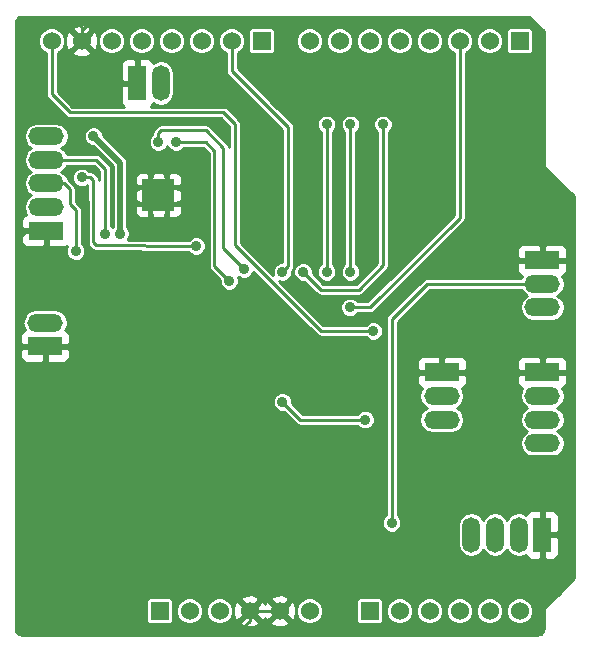
<source format=gbl>
G04 (created by PCBNEW (2013-07-07 BZR 4022)-stable) date Mon 05 Aug 2013 03:22:25 PM NZST*
%MOIN*%
G04 Gerber Fmt 3.4, Leading zero omitted, Abs format*
%FSLAX34Y34*%
G01*
G70*
G90*
G04 APERTURE LIST*
%ADD10C,0.00590551*%
%ADD11O,0.1181X0.0591*%
%ADD12R,0.1181X0.0591*%
%ADD13R,0.06X0.06*%
%ADD14C,0.06*%
%ADD15O,0.0591X0.1181*%
%ADD16R,0.0591X0.1181*%
%ADD17R,0.0531496X0.0525591*%
%ADD18C,0.035*%
%ADD19C,0.01*%
%ADD20C,0.02*%
G04 APERTURE END LIST*
G54D10*
G54D11*
X11184Y-20393D03*
G54D12*
X11184Y-21181D03*
G54D11*
X27756Y-23622D03*
X27756Y-22835D03*
G54D12*
X27756Y-22047D03*
G54D11*
X27756Y-24409D03*
X11220Y-15748D03*
X11220Y-16535D03*
G54D12*
X11220Y-17323D03*
G54D11*
X11220Y-14961D03*
X11220Y-14173D03*
G54D13*
X27000Y-11000D03*
G54D14*
X26000Y-11000D03*
X25000Y-11000D03*
X24000Y-11000D03*
X23000Y-11000D03*
X22000Y-11000D03*
X21000Y-11000D03*
X20000Y-11000D03*
G54D13*
X22000Y-30000D03*
G54D14*
X23000Y-30000D03*
X24000Y-30000D03*
X25000Y-30000D03*
X26000Y-30000D03*
X27000Y-30000D03*
G54D13*
X15000Y-30000D03*
G54D14*
X16000Y-30000D03*
X17000Y-30000D03*
X18000Y-30000D03*
X19000Y-30000D03*
X20000Y-30000D03*
G54D13*
X18400Y-11000D03*
G54D14*
X17400Y-11000D03*
X16400Y-11000D03*
X15400Y-11000D03*
X14400Y-11000D03*
X13400Y-11000D03*
X12400Y-11000D03*
X11400Y-11000D03*
G54D15*
X26181Y-27460D03*
X26968Y-27460D03*
G54D16*
X27756Y-27460D03*
G54D15*
X25394Y-27460D03*
X15039Y-12404D03*
G54D16*
X14251Y-12404D03*
G54D17*
X14692Y-16405D03*
X15224Y-16405D03*
X15224Y-15881D03*
X14692Y-15881D03*
G54D11*
X27756Y-19881D03*
X27756Y-19094D03*
G54D12*
X27756Y-18306D03*
G54D11*
X24409Y-23621D03*
X24409Y-22834D03*
G54D12*
X24409Y-22046D03*
G54D18*
X22125Y-20669D03*
X12795Y-14173D03*
X13681Y-17421D03*
X16220Y-17834D03*
X12401Y-15551D03*
X17322Y-18996D03*
X15551Y-14370D03*
X17814Y-18602D03*
X14960Y-14370D03*
X12401Y-16141D03*
X24685Y-27086D03*
X22559Y-27598D03*
X21732Y-27047D03*
X18267Y-19251D03*
X18622Y-18385D03*
X19173Y-10944D03*
X25748Y-23740D03*
X26732Y-24803D03*
X27165Y-25669D03*
X17165Y-26141D03*
X17480Y-27047D03*
X10629Y-10629D03*
X27460Y-14074D03*
X10826Y-23425D03*
X10826Y-30118D03*
X13681Y-30019D03*
X18897Y-14665D03*
X17913Y-16141D03*
X21338Y-19881D03*
X19094Y-18700D03*
X19094Y-23031D03*
X21850Y-23622D03*
X13188Y-17421D03*
X12204Y-18011D03*
X22736Y-27066D03*
X21358Y-18700D03*
X21358Y-13779D03*
X19783Y-18700D03*
X22440Y-13779D03*
X20570Y-13779D03*
X20570Y-18700D03*
G54D19*
X17519Y-17814D02*
X20374Y-20669D01*
X11400Y-12777D02*
X12007Y-13385D01*
X12007Y-13385D02*
X17125Y-13385D01*
X17125Y-13385D02*
X17519Y-13779D01*
X17519Y-13779D02*
X17519Y-17814D01*
X11400Y-11000D02*
X11400Y-12777D01*
X20374Y-20669D02*
X22125Y-20669D01*
G54D20*
X12795Y-14173D02*
X13681Y-15059D01*
X13681Y-15059D02*
X13681Y-17421D01*
G54D19*
X16220Y-17834D02*
X12893Y-17814D01*
X12696Y-15551D02*
X12795Y-15649D01*
X12795Y-15649D02*
X12795Y-17716D01*
X12795Y-17716D02*
X12893Y-17814D01*
X12401Y-15551D02*
X12696Y-15551D01*
X16830Y-18503D02*
X17322Y-18996D01*
X15551Y-14370D02*
X16535Y-14370D01*
X16535Y-14370D02*
X16830Y-14665D01*
X16830Y-14665D02*
X16830Y-18503D01*
X17125Y-17913D02*
X17814Y-18602D01*
X17125Y-14566D02*
X16535Y-13976D01*
X14960Y-14074D02*
X15059Y-13976D01*
X15059Y-13976D02*
X16535Y-13976D01*
X14960Y-14370D02*
X14960Y-14074D01*
X17125Y-14566D02*
X17125Y-17913D01*
X11184Y-21181D02*
X10393Y-21181D01*
X11220Y-17323D02*
X11220Y-18110D01*
X12598Y-16338D02*
X12401Y-16141D01*
X12598Y-18208D02*
X12598Y-16338D01*
X12401Y-18405D02*
X12598Y-18208D01*
X11515Y-18405D02*
X12401Y-18405D01*
X11220Y-18110D02*
X11515Y-18405D01*
X22283Y-27598D02*
X22559Y-27598D01*
X21732Y-27047D02*
X22283Y-27598D01*
X17913Y-16141D02*
X17913Y-17677D01*
X17913Y-17677D02*
X18622Y-18385D01*
X12400Y-11000D02*
X12400Y-10631D01*
X19173Y-10551D02*
X19173Y-10944D01*
X18976Y-10354D02*
X19173Y-10551D01*
X12677Y-10354D02*
X18976Y-10354D01*
X12400Y-10631D02*
X12677Y-10354D01*
X26732Y-24803D02*
X26732Y-25236D01*
X25748Y-23740D02*
X26732Y-24724D01*
X26732Y-24724D02*
X26732Y-24803D01*
X26732Y-25236D02*
X27165Y-25669D01*
X17165Y-26732D02*
X17165Y-26141D01*
X17480Y-27047D02*
X17165Y-26732D01*
X10629Y-10629D02*
X10925Y-10334D01*
X10334Y-10925D02*
X10629Y-10629D01*
X10334Y-17519D02*
X10334Y-10925D01*
X12400Y-10529D02*
X12400Y-11000D01*
X12204Y-10334D02*
X12400Y-10529D01*
X10925Y-10334D02*
X12204Y-10334D01*
X10334Y-23425D02*
X10826Y-23425D01*
X10334Y-30118D02*
X10826Y-30118D01*
X13681Y-30610D02*
X13681Y-30019D01*
X17716Y-30610D02*
X13681Y-30610D01*
X13681Y-30610D02*
X10826Y-30610D01*
X18000Y-30326D02*
X17716Y-30610D01*
X18000Y-30000D02*
X18000Y-30326D01*
X10531Y-17323D02*
X11220Y-17323D01*
X10334Y-17519D02*
X10531Y-17323D01*
X10334Y-30118D02*
X10334Y-25098D01*
X10334Y-25098D02*
X10334Y-23425D01*
X10334Y-23425D02*
X10334Y-17519D01*
X10826Y-30610D02*
X10334Y-30118D01*
X11220Y-17322D02*
X11220Y-17323D01*
X18897Y-15157D02*
X18897Y-14665D01*
X17913Y-16141D02*
X18897Y-15157D01*
X18000Y-30000D02*
X19000Y-30000D01*
X25000Y-16889D02*
X22007Y-19881D01*
X22007Y-19881D02*
X21338Y-19881D01*
X25000Y-16889D02*
X25000Y-11000D01*
X17400Y-11986D02*
X17400Y-11000D01*
X19291Y-18503D02*
X19094Y-18700D01*
X19291Y-13877D02*
X19291Y-18503D01*
X17400Y-11986D02*
X19291Y-13877D01*
X19685Y-23622D02*
X19094Y-23031D01*
X21850Y-23622D02*
X19685Y-23622D01*
X12894Y-14961D02*
X13188Y-15255D01*
X13188Y-15255D02*
X13188Y-17421D01*
X12894Y-14961D02*
X11220Y-14961D01*
X11811Y-15748D02*
X12007Y-15944D01*
X12007Y-15944D02*
X12007Y-16437D01*
X12007Y-16437D02*
X12204Y-16633D01*
X12204Y-16633D02*
X12204Y-18011D01*
X11811Y-15748D02*
X11220Y-15748D01*
X22736Y-27066D02*
X22736Y-20275D01*
X23917Y-19094D02*
X27756Y-19094D01*
X22736Y-20275D02*
X23917Y-19094D01*
X21358Y-18700D02*
X21358Y-13779D01*
X22440Y-18484D02*
X21633Y-19291D01*
X21633Y-19291D02*
X20374Y-19291D01*
X20374Y-19291D02*
X19783Y-18700D01*
X22440Y-13779D02*
X22440Y-18484D01*
X20570Y-18700D02*
X20570Y-13779D01*
G54D10*
G36*
X28801Y-28917D02*
X28593Y-29125D01*
X28593Y-22391D01*
X28593Y-21702D01*
X28593Y-18650D01*
X28593Y-17962D01*
X28555Y-17871D01*
X28486Y-17801D01*
X28395Y-17764D01*
X28297Y-17764D01*
X27866Y-17764D01*
X27804Y-17825D01*
X27804Y-18258D01*
X28531Y-18258D01*
X28593Y-18196D01*
X28593Y-17962D01*
X28593Y-18650D01*
X28593Y-18416D01*
X28531Y-18354D01*
X27804Y-18354D01*
X27804Y-18362D01*
X27707Y-18362D01*
X27707Y-18354D01*
X27707Y-18258D01*
X27707Y-17825D01*
X27645Y-17764D01*
X27448Y-17764D01*
X27448Y-11270D01*
X27448Y-10670D01*
X27425Y-10616D01*
X27384Y-10574D01*
X27329Y-10551D01*
X27270Y-10551D01*
X26670Y-10551D01*
X26616Y-10574D01*
X26574Y-10615D01*
X26551Y-10670D01*
X26551Y-10729D01*
X26551Y-11329D01*
X26574Y-11383D01*
X26615Y-11425D01*
X26670Y-11448D01*
X26729Y-11448D01*
X27329Y-11448D01*
X27383Y-11425D01*
X27425Y-11384D01*
X27448Y-11329D01*
X27448Y-11270D01*
X27448Y-17764D01*
X27214Y-17764D01*
X27116Y-17764D01*
X27025Y-17801D01*
X26956Y-17871D01*
X26918Y-17962D01*
X26918Y-18196D01*
X26980Y-18258D01*
X27707Y-18258D01*
X27707Y-18354D01*
X26980Y-18354D01*
X26918Y-18416D01*
X26918Y-18650D01*
X26956Y-18741D01*
X27025Y-18811D01*
X27093Y-18839D01*
X27055Y-18896D01*
X26448Y-18896D01*
X26448Y-10911D01*
X26380Y-10746D01*
X26254Y-10620D01*
X26089Y-10551D01*
X25911Y-10551D01*
X25746Y-10619D01*
X25620Y-10745D01*
X25551Y-10910D01*
X25551Y-11088D01*
X25619Y-11253D01*
X25745Y-11379D01*
X25910Y-11448D01*
X26088Y-11448D01*
X26253Y-11380D01*
X26379Y-11254D01*
X26448Y-11089D01*
X26448Y-10911D01*
X26448Y-18896D01*
X25448Y-18896D01*
X25448Y-10911D01*
X25380Y-10746D01*
X25254Y-10620D01*
X25089Y-10551D01*
X24911Y-10551D01*
X24746Y-10619D01*
X24620Y-10745D01*
X24551Y-10910D01*
X24551Y-11088D01*
X24619Y-11253D01*
X24745Y-11379D01*
X24801Y-11403D01*
X24801Y-16807D01*
X24448Y-17160D01*
X24448Y-10911D01*
X24380Y-10746D01*
X24254Y-10620D01*
X24089Y-10551D01*
X23911Y-10551D01*
X23746Y-10619D01*
X23620Y-10745D01*
X23551Y-10910D01*
X23551Y-11088D01*
X23619Y-11253D01*
X23745Y-11379D01*
X23910Y-11448D01*
X24088Y-11448D01*
X24253Y-11380D01*
X24379Y-11254D01*
X24448Y-11089D01*
X24448Y-10911D01*
X24448Y-17160D01*
X23448Y-18160D01*
X23448Y-10911D01*
X23380Y-10746D01*
X23254Y-10620D01*
X23089Y-10551D01*
X22911Y-10551D01*
X22746Y-10619D01*
X22620Y-10745D01*
X22551Y-10910D01*
X22551Y-11088D01*
X22619Y-11253D01*
X22745Y-11379D01*
X22910Y-11448D01*
X23088Y-11448D01*
X23253Y-11380D01*
X23379Y-11254D01*
X23448Y-11089D01*
X23448Y-10911D01*
X23448Y-18160D01*
X22764Y-18844D01*
X22764Y-13715D01*
X22715Y-13596D01*
X22624Y-13505D01*
X22505Y-13456D01*
X22448Y-13456D01*
X22448Y-10911D01*
X22380Y-10746D01*
X22254Y-10620D01*
X22089Y-10551D01*
X21911Y-10551D01*
X21746Y-10619D01*
X21620Y-10745D01*
X21551Y-10910D01*
X21551Y-11088D01*
X21619Y-11253D01*
X21745Y-11379D01*
X21910Y-11448D01*
X22088Y-11448D01*
X22253Y-11380D01*
X22379Y-11254D01*
X22448Y-11089D01*
X22448Y-10911D01*
X22448Y-13456D01*
X22376Y-13456D01*
X22257Y-13505D01*
X22166Y-13596D01*
X22117Y-13714D01*
X22117Y-13843D01*
X22166Y-13962D01*
X22242Y-14038D01*
X22242Y-18402D01*
X21681Y-18962D01*
X21681Y-18636D01*
X21632Y-18517D01*
X21556Y-18441D01*
X21556Y-14038D01*
X21632Y-13962D01*
X21681Y-13844D01*
X21681Y-13715D01*
X21632Y-13596D01*
X21541Y-13505D01*
X21448Y-13466D01*
X21448Y-10911D01*
X21380Y-10746D01*
X21254Y-10620D01*
X21089Y-10551D01*
X20911Y-10551D01*
X20746Y-10619D01*
X20620Y-10745D01*
X20551Y-10910D01*
X20551Y-11088D01*
X20619Y-11253D01*
X20745Y-11379D01*
X20910Y-11448D01*
X21088Y-11448D01*
X21253Y-11380D01*
X21379Y-11254D01*
X21448Y-11089D01*
X21448Y-10911D01*
X21448Y-13466D01*
X21422Y-13456D01*
X21294Y-13456D01*
X21175Y-13505D01*
X21084Y-13596D01*
X21034Y-13714D01*
X21034Y-13843D01*
X21083Y-13962D01*
X21159Y-14038D01*
X21159Y-18441D01*
X21084Y-18517D01*
X21034Y-18636D01*
X21034Y-18764D01*
X21083Y-18883D01*
X21174Y-18974D01*
X21293Y-19024D01*
X21422Y-19024D01*
X21541Y-18975D01*
X21632Y-18884D01*
X21681Y-18765D01*
X21681Y-18636D01*
X21681Y-18962D01*
X21551Y-19092D01*
X20894Y-19092D01*
X20894Y-18636D01*
X20845Y-18517D01*
X20769Y-18441D01*
X20769Y-14038D01*
X20844Y-13962D01*
X20894Y-13844D01*
X20894Y-13715D01*
X20845Y-13596D01*
X20754Y-13505D01*
X20635Y-13456D01*
X20506Y-13456D01*
X20448Y-13480D01*
X20448Y-10911D01*
X20380Y-10746D01*
X20254Y-10620D01*
X20089Y-10551D01*
X19911Y-10551D01*
X19746Y-10619D01*
X19620Y-10745D01*
X19551Y-10910D01*
X19551Y-11088D01*
X19619Y-11253D01*
X19745Y-11379D01*
X19910Y-11448D01*
X20088Y-11448D01*
X20253Y-11380D01*
X20379Y-11254D01*
X20448Y-11089D01*
X20448Y-10911D01*
X20448Y-13480D01*
X20387Y-13505D01*
X20296Y-13596D01*
X20247Y-13714D01*
X20247Y-13843D01*
X20296Y-13962D01*
X20372Y-14038D01*
X20372Y-18441D01*
X20296Y-18517D01*
X20247Y-18636D01*
X20247Y-18764D01*
X20296Y-18883D01*
X20387Y-18974D01*
X20506Y-19024D01*
X20634Y-19024D01*
X20753Y-18975D01*
X20844Y-18884D01*
X20894Y-18765D01*
X20894Y-18636D01*
X20894Y-19092D01*
X20456Y-19092D01*
X20106Y-18743D01*
X20106Y-18636D01*
X20057Y-18517D01*
X19966Y-18426D01*
X19848Y-18377D01*
X19719Y-18377D01*
X19600Y-18426D01*
X19509Y-18517D01*
X19460Y-18636D01*
X19459Y-18764D01*
X19509Y-18883D01*
X19600Y-18974D01*
X19718Y-19024D01*
X19826Y-19024D01*
X20233Y-19431D01*
X20298Y-19474D01*
X20298Y-19474D01*
X20374Y-19489D01*
X21633Y-19489D01*
X21709Y-19474D01*
X21709Y-19474D01*
X21774Y-19431D01*
X22581Y-18624D01*
X22581Y-18624D01*
X22581Y-18624D01*
X22624Y-18560D01*
X22624Y-18560D01*
X22636Y-18499D01*
X22639Y-18484D01*
X22639Y-18484D01*
X22639Y-18484D01*
X22639Y-14038D01*
X22714Y-13962D01*
X22764Y-13844D01*
X22764Y-13715D01*
X22764Y-18844D01*
X21925Y-19683D01*
X21597Y-19683D01*
X21522Y-19607D01*
X21403Y-19558D01*
X21274Y-19558D01*
X21155Y-19607D01*
X21064Y-19698D01*
X21015Y-19817D01*
X21015Y-19945D01*
X21064Y-20064D01*
X21155Y-20155D01*
X21273Y-20205D01*
X21402Y-20205D01*
X21521Y-20156D01*
X21597Y-20080D01*
X22007Y-20080D01*
X22083Y-20065D01*
X22083Y-20065D01*
X22148Y-20022D01*
X25140Y-17030D01*
X25183Y-16965D01*
X25183Y-16965D01*
X25198Y-16889D01*
X25198Y-11403D01*
X25253Y-11380D01*
X25379Y-11254D01*
X25448Y-11089D01*
X25448Y-10911D01*
X25448Y-18896D01*
X23917Y-18896D01*
X23841Y-18911D01*
X23777Y-18954D01*
X23777Y-18954D01*
X22595Y-20135D01*
X22552Y-20199D01*
X22537Y-20275D01*
X22537Y-26808D01*
X22462Y-26883D01*
X22449Y-26914D01*
X22449Y-20605D01*
X22400Y-20486D01*
X22309Y-20395D01*
X22190Y-20345D01*
X22061Y-20345D01*
X21943Y-20394D01*
X21866Y-20470D01*
X20456Y-20470D01*
X18995Y-19009D01*
X19029Y-19024D01*
X19158Y-19024D01*
X19277Y-18975D01*
X19368Y-18884D01*
X19417Y-18765D01*
X19417Y-18657D01*
X19431Y-18644D01*
X19431Y-18644D01*
X19431Y-18644D01*
X19474Y-18579D01*
X19474Y-18579D01*
X19486Y-18519D01*
X19489Y-18503D01*
X19489Y-18503D01*
X19489Y-18503D01*
X19489Y-13877D01*
X19489Y-13877D01*
X19489Y-13877D01*
X19486Y-13862D01*
X19474Y-13802D01*
X19474Y-13802D01*
X19431Y-13737D01*
X19431Y-13737D01*
X18848Y-13154D01*
X18848Y-11270D01*
X18848Y-10670D01*
X18825Y-10616D01*
X18784Y-10574D01*
X18729Y-10551D01*
X18670Y-10551D01*
X18070Y-10551D01*
X18016Y-10574D01*
X17974Y-10615D01*
X17951Y-10670D01*
X17951Y-10729D01*
X17951Y-11329D01*
X17974Y-11383D01*
X18015Y-11425D01*
X18070Y-11448D01*
X18129Y-11448D01*
X18729Y-11448D01*
X18783Y-11425D01*
X18825Y-11384D01*
X18848Y-11329D01*
X18848Y-11270D01*
X18848Y-13154D01*
X17598Y-11904D01*
X17598Y-11403D01*
X17653Y-11380D01*
X17779Y-11254D01*
X17848Y-11089D01*
X17848Y-10911D01*
X17780Y-10746D01*
X17654Y-10620D01*
X17489Y-10551D01*
X17311Y-10551D01*
X17146Y-10619D01*
X17020Y-10745D01*
X16951Y-10910D01*
X16951Y-11088D01*
X17019Y-11253D01*
X17145Y-11379D01*
X17201Y-11403D01*
X17201Y-11986D01*
X17216Y-12062D01*
X17259Y-12126D01*
X19092Y-13960D01*
X19092Y-18377D01*
X19030Y-18377D01*
X18911Y-18426D01*
X18820Y-18517D01*
X18771Y-18636D01*
X18771Y-18764D01*
X18785Y-18800D01*
X17718Y-17732D01*
X17718Y-13779D01*
X17703Y-13703D01*
X17703Y-13703D01*
X17659Y-13639D01*
X17659Y-13639D01*
X17266Y-13245D01*
X17201Y-13202D01*
X17125Y-13187D01*
X16848Y-13187D01*
X16848Y-10911D01*
X16780Y-10746D01*
X16654Y-10620D01*
X16489Y-10551D01*
X16311Y-10551D01*
X16146Y-10619D01*
X16020Y-10745D01*
X15951Y-10910D01*
X15951Y-11088D01*
X16019Y-11253D01*
X16145Y-11379D01*
X16310Y-11448D01*
X16488Y-11448D01*
X16653Y-11380D01*
X16779Y-11254D01*
X16848Y-11089D01*
X16848Y-10911D01*
X16848Y-13187D01*
X15848Y-13187D01*
X15848Y-10911D01*
X15780Y-10746D01*
X15654Y-10620D01*
X15489Y-10551D01*
X15311Y-10551D01*
X15146Y-10619D01*
X15020Y-10745D01*
X14951Y-10910D01*
X14951Y-11088D01*
X15019Y-11253D01*
X15145Y-11379D01*
X15310Y-11448D01*
X15488Y-11448D01*
X15653Y-11380D01*
X15779Y-11254D01*
X15848Y-11089D01*
X15848Y-10911D01*
X15848Y-13187D01*
X14704Y-13187D01*
X14756Y-13135D01*
X14784Y-13067D01*
X14870Y-13124D01*
X15039Y-13157D01*
X15209Y-13124D01*
X15353Y-13027D01*
X15450Y-12883D01*
X15483Y-12714D01*
X15483Y-12095D01*
X15450Y-11925D01*
X15353Y-11781D01*
X15209Y-11684D01*
X15039Y-11651D01*
X14870Y-11684D01*
X14848Y-11699D01*
X14848Y-10911D01*
X14780Y-10746D01*
X14654Y-10620D01*
X14489Y-10551D01*
X14311Y-10551D01*
X14146Y-10619D01*
X14020Y-10745D01*
X13951Y-10910D01*
X13951Y-11088D01*
X14019Y-11253D01*
X14145Y-11379D01*
X14310Y-11448D01*
X14488Y-11448D01*
X14653Y-11380D01*
X14779Y-11254D01*
X14848Y-11089D01*
X14848Y-10911D01*
X14848Y-11699D01*
X14784Y-11741D01*
X14756Y-11674D01*
X14687Y-11604D01*
X14596Y-11567D01*
X14362Y-11567D01*
X14300Y-11628D01*
X14300Y-12356D01*
X14308Y-12356D01*
X14308Y-12453D01*
X14300Y-12453D01*
X14300Y-12460D01*
X14203Y-12460D01*
X14203Y-12453D01*
X14203Y-12356D01*
X14203Y-11628D01*
X14141Y-11567D01*
X13907Y-11567D01*
X13848Y-11591D01*
X13848Y-10911D01*
X13780Y-10746D01*
X13654Y-10620D01*
X13489Y-10551D01*
X13311Y-10551D01*
X13146Y-10619D01*
X13020Y-10745D01*
X12951Y-10910D01*
X12951Y-11088D01*
X13019Y-11253D01*
X13145Y-11379D01*
X13310Y-11448D01*
X13488Y-11448D01*
X13653Y-11380D01*
X13779Y-11254D01*
X13848Y-11089D01*
X13848Y-10911D01*
X13848Y-11591D01*
X13816Y-11604D01*
X13747Y-11674D01*
X13709Y-11764D01*
X13709Y-11862D01*
X13709Y-12294D01*
X13771Y-12356D01*
X14203Y-12356D01*
X14203Y-12453D01*
X13771Y-12453D01*
X13709Y-12514D01*
X13709Y-12946D01*
X13709Y-13044D01*
X13747Y-13135D01*
X13799Y-13187D01*
X12951Y-13187D01*
X12951Y-11082D01*
X12941Y-10865D01*
X12877Y-10712D01*
X12783Y-10685D01*
X12714Y-10753D01*
X12714Y-10616D01*
X12687Y-10522D01*
X12482Y-10448D01*
X12265Y-10458D01*
X12112Y-10522D01*
X12085Y-10616D01*
X12400Y-10931D01*
X12714Y-10616D01*
X12714Y-10753D01*
X12468Y-11000D01*
X12783Y-11314D01*
X12877Y-11287D01*
X12951Y-11082D01*
X12951Y-13187D01*
X12714Y-13187D01*
X12714Y-11383D01*
X12400Y-11068D01*
X12331Y-11136D01*
X12331Y-11000D01*
X12016Y-10685D01*
X11922Y-10712D01*
X11848Y-10917D01*
X11858Y-11134D01*
X11922Y-11287D01*
X12016Y-11314D01*
X12331Y-11000D01*
X12331Y-11136D01*
X12085Y-11383D01*
X12112Y-11477D01*
X12317Y-11551D01*
X12534Y-11541D01*
X12687Y-11477D01*
X12714Y-11383D01*
X12714Y-13187D01*
X12090Y-13187D01*
X11598Y-12695D01*
X11598Y-11403D01*
X11653Y-11380D01*
X11779Y-11254D01*
X11848Y-11089D01*
X11848Y-10911D01*
X11780Y-10746D01*
X11654Y-10620D01*
X11489Y-10551D01*
X11311Y-10551D01*
X11146Y-10619D01*
X11020Y-10745D01*
X10951Y-10910D01*
X10951Y-11088D01*
X11019Y-11253D01*
X11145Y-11379D01*
X11201Y-11403D01*
X11201Y-12777D01*
X11216Y-12853D01*
X11259Y-12918D01*
X11867Y-13526D01*
X11867Y-13526D01*
X11931Y-13569D01*
X11931Y-13569D01*
X11992Y-13581D01*
X12007Y-13584D01*
X12007Y-13584D01*
X12007Y-13584D01*
X17043Y-13584D01*
X17321Y-13861D01*
X17321Y-14551D01*
X17309Y-14490D01*
X17309Y-14490D01*
X17266Y-14426D01*
X16675Y-13836D01*
X16611Y-13793D01*
X16535Y-13777D01*
X15059Y-13777D01*
X14983Y-13793D01*
X14918Y-13836D01*
X14820Y-13934D01*
X14777Y-13998D01*
X14762Y-14074D01*
X14762Y-14111D01*
X14686Y-14186D01*
X14637Y-14305D01*
X14637Y-14434D01*
X14686Y-14553D01*
X14777Y-14644D01*
X14896Y-14693D01*
X15024Y-14693D01*
X15143Y-14644D01*
X15234Y-14553D01*
X15255Y-14502D01*
X15276Y-14553D01*
X15367Y-14644D01*
X15486Y-14693D01*
X15615Y-14693D01*
X15734Y-14644D01*
X15810Y-14568D01*
X16453Y-14568D01*
X16632Y-14747D01*
X16632Y-18503D01*
X16647Y-18579D01*
X16690Y-18644D01*
X16999Y-18953D01*
X16999Y-19060D01*
X17048Y-19179D01*
X17139Y-19270D01*
X17258Y-19319D01*
X17386Y-19319D01*
X17505Y-19270D01*
X17596Y-19179D01*
X17646Y-19060D01*
X17646Y-18932D01*
X17617Y-18862D01*
X17631Y-18876D01*
X17750Y-18925D01*
X17879Y-18925D01*
X17997Y-18876D01*
X18088Y-18785D01*
X18124Y-18700D01*
X20233Y-20809D01*
X20298Y-20852D01*
X20298Y-20852D01*
X20374Y-20867D01*
X21867Y-20867D01*
X21942Y-20943D01*
X22061Y-20992D01*
X22190Y-20992D01*
X22308Y-20943D01*
X22400Y-20852D01*
X22449Y-20733D01*
X22449Y-20605D01*
X22449Y-26914D01*
X22412Y-27002D01*
X22412Y-27130D01*
X22461Y-27249D01*
X22552Y-27340D01*
X22671Y-27390D01*
X22800Y-27390D01*
X22919Y-27341D01*
X23010Y-27250D01*
X23059Y-27131D01*
X23059Y-27002D01*
X23010Y-26883D01*
X22934Y-26807D01*
X22934Y-20357D01*
X23999Y-19292D01*
X27055Y-19292D01*
X27132Y-19408D01*
X27251Y-19487D01*
X27132Y-19567D01*
X27036Y-19711D01*
X27002Y-19881D01*
X27036Y-20051D01*
X27132Y-20195D01*
X27276Y-20291D01*
X27446Y-20325D01*
X28065Y-20325D01*
X28235Y-20291D01*
X28379Y-20195D01*
X28475Y-20051D01*
X28509Y-19881D01*
X28475Y-19711D01*
X28379Y-19567D01*
X28260Y-19487D01*
X28379Y-19408D01*
X28475Y-19264D01*
X28509Y-19094D01*
X28475Y-18924D01*
X28418Y-18839D01*
X28486Y-18811D01*
X28555Y-18741D01*
X28593Y-18650D01*
X28593Y-21702D01*
X28555Y-21611D01*
X28486Y-21542D01*
X28395Y-21504D01*
X28297Y-21504D01*
X27866Y-21504D01*
X27804Y-21566D01*
X27804Y-21998D01*
X28531Y-21998D01*
X28593Y-21936D01*
X28593Y-21702D01*
X28593Y-22391D01*
X28593Y-22157D01*
X28531Y-22095D01*
X27804Y-22095D01*
X27804Y-22103D01*
X27707Y-22103D01*
X27707Y-22095D01*
X27707Y-21998D01*
X27707Y-21566D01*
X27645Y-21504D01*
X27214Y-21504D01*
X27116Y-21504D01*
X27025Y-21542D01*
X26956Y-21611D01*
X26918Y-21702D01*
X26918Y-21936D01*
X26980Y-21998D01*
X27707Y-21998D01*
X27707Y-22095D01*
X26980Y-22095D01*
X26918Y-22157D01*
X26918Y-22391D01*
X26956Y-22482D01*
X27025Y-22551D01*
X27093Y-22579D01*
X27036Y-22665D01*
X27002Y-22835D01*
X27036Y-23004D01*
X27132Y-23148D01*
X27251Y-23228D01*
X27132Y-23308D01*
X27036Y-23452D01*
X27002Y-23622D01*
X27036Y-23791D01*
X27132Y-23935D01*
X27251Y-24015D01*
X27132Y-24095D01*
X27036Y-24239D01*
X27002Y-24409D01*
X27036Y-24578D01*
X27132Y-24722D01*
X27276Y-24819D01*
X27446Y-24852D01*
X28065Y-24852D01*
X28235Y-24819D01*
X28379Y-24722D01*
X28475Y-24578D01*
X28509Y-24409D01*
X28475Y-24239D01*
X28379Y-24095D01*
X28260Y-24015D01*
X28379Y-23935D01*
X28475Y-23791D01*
X28509Y-23622D01*
X28475Y-23452D01*
X28379Y-23308D01*
X28260Y-23228D01*
X28379Y-23148D01*
X28475Y-23004D01*
X28509Y-22835D01*
X28475Y-22665D01*
X28418Y-22579D01*
X28486Y-22551D01*
X28555Y-22482D01*
X28593Y-22391D01*
X28593Y-29125D01*
X28298Y-29420D01*
X28298Y-28002D01*
X28298Y-26919D01*
X28298Y-26820D01*
X28260Y-26730D01*
X28191Y-26660D01*
X28100Y-26623D01*
X27866Y-26623D01*
X27804Y-26685D01*
X27804Y-27412D01*
X28236Y-27412D01*
X28298Y-27350D01*
X28298Y-26919D01*
X28298Y-28002D01*
X28298Y-27570D01*
X28236Y-27509D01*
X27804Y-27509D01*
X27804Y-28236D01*
X27866Y-28298D01*
X28100Y-28298D01*
X28191Y-28260D01*
X28260Y-28191D01*
X28298Y-28100D01*
X28298Y-28002D01*
X28298Y-29420D01*
X27859Y-29859D01*
X27816Y-29924D01*
X27801Y-30000D01*
X27801Y-30579D01*
X27782Y-30675D01*
X27740Y-30739D01*
X27707Y-30761D01*
X27707Y-28236D01*
X27707Y-27509D01*
X27699Y-27509D01*
X27699Y-27412D01*
X27707Y-27412D01*
X27707Y-26685D01*
X27645Y-26623D01*
X27411Y-26623D01*
X27320Y-26660D01*
X27251Y-26730D01*
X27223Y-26798D01*
X27137Y-26741D01*
X26968Y-26707D01*
X26798Y-26741D01*
X26654Y-26837D01*
X26574Y-26956D01*
X26495Y-26837D01*
X26350Y-26741D01*
X26181Y-26707D01*
X26011Y-26741D01*
X25867Y-26837D01*
X25787Y-26956D01*
X25708Y-26837D01*
X25563Y-26741D01*
X25394Y-26707D01*
X25246Y-26736D01*
X25246Y-22391D01*
X25246Y-21702D01*
X25209Y-21611D01*
X25140Y-21541D01*
X25049Y-21504D01*
X24951Y-21504D01*
X24519Y-21504D01*
X24458Y-21566D01*
X24458Y-21998D01*
X25185Y-21998D01*
X25246Y-21936D01*
X25246Y-21702D01*
X25246Y-22391D01*
X25246Y-22156D01*
X25185Y-22095D01*
X24458Y-22095D01*
X24458Y-22102D01*
X24361Y-22102D01*
X24361Y-22095D01*
X24361Y-21998D01*
X24361Y-21566D01*
X24299Y-21504D01*
X23867Y-21504D01*
X23769Y-21504D01*
X23679Y-21541D01*
X23609Y-21611D01*
X23572Y-21702D01*
X23572Y-21936D01*
X23633Y-21998D01*
X24361Y-21998D01*
X24361Y-22095D01*
X23633Y-22095D01*
X23572Y-22156D01*
X23572Y-22391D01*
X23609Y-22481D01*
X23679Y-22551D01*
X23746Y-22579D01*
X23689Y-22664D01*
X23656Y-22834D01*
X23689Y-23004D01*
X23786Y-23148D01*
X23905Y-23228D01*
X23786Y-23307D01*
X23689Y-23451D01*
X23656Y-23621D01*
X23689Y-23791D01*
X23786Y-23935D01*
X23930Y-24031D01*
X24100Y-24065D01*
X24719Y-24065D01*
X24888Y-24031D01*
X25032Y-23935D01*
X25129Y-23791D01*
X25163Y-23621D01*
X25129Y-23451D01*
X25032Y-23307D01*
X24913Y-23228D01*
X25032Y-23148D01*
X25129Y-23004D01*
X25163Y-22834D01*
X25129Y-22664D01*
X25072Y-22579D01*
X25140Y-22551D01*
X25209Y-22481D01*
X25246Y-22391D01*
X25246Y-26736D01*
X25224Y-26741D01*
X25080Y-26837D01*
X24983Y-26981D01*
X24950Y-27151D01*
X24950Y-27770D01*
X24983Y-27940D01*
X25080Y-28084D01*
X25224Y-28180D01*
X25394Y-28214D01*
X25563Y-28180D01*
X25708Y-28084D01*
X25787Y-27965D01*
X25867Y-28084D01*
X26011Y-28180D01*
X26181Y-28214D01*
X26350Y-28180D01*
X26495Y-28084D01*
X26574Y-27965D01*
X26654Y-28084D01*
X26798Y-28180D01*
X26968Y-28214D01*
X27137Y-28180D01*
X27223Y-28123D01*
X27251Y-28191D01*
X27320Y-28260D01*
X27411Y-28298D01*
X27645Y-28298D01*
X27707Y-28236D01*
X27707Y-30761D01*
X27675Y-30782D01*
X27580Y-30801D01*
X27448Y-30801D01*
X27448Y-29911D01*
X27380Y-29746D01*
X27254Y-29620D01*
X27089Y-29551D01*
X26911Y-29551D01*
X26746Y-29619D01*
X26620Y-29745D01*
X26551Y-29910D01*
X26551Y-30088D01*
X26619Y-30253D01*
X26745Y-30379D01*
X26910Y-30448D01*
X27088Y-30448D01*
X27253Y-30380D01*
X27379Y-30254D01*
X27448Y-30089D01*
X27448Y-29911D01*
X27448Y-30801D01*
X26448Y-30801D01*
X26448Y-29911D01*
X26380Y-29746D01*
X26254Y-29620D01*
X26089Y-29551D01*
X25911Y-29551D01*
X25746Y-29619D01*
X25620Y-29745D01*
X25551Y-29910D01*
X25551Y-30088D01*
X25619Y-30253D01*
X25745Y-30379D01*
X25910Y-30448D01*
X26088Y-30448D01*
X26253Y-30380D01*
X26379Y-30254D01*
X26448Y-30089D01*
X26448Y-29911D01*
X26448Y-30801D01*
X25448Y-30801D01*
X25448Y-29911D01*
X25380Y-29746D01*
X25254Y-29620D01*
X25089Y-29551D01*
X24911Y-29551D01*
X24746Y-29619D01*
X24620Y-29745D01*
X24551Y-29910D01*
X24551Y-30088D01*
X24619Y-30253D01*
X24745Y-30379D01*
X24910Y-30448D01*
X25088Y-30448D01*
X25253Y-30380D01*
X25379Y-30254D01*
X25448Y-30089D01*
X25448Y-29911D01*
X25448Y-30801D01*
X24448Y-30801D01*
X24448Y-29911D01*
X24380Y-29746D01*
X24254Y-29620D01*
X24089Y-29551D01*
X23911Y-29551D01*
X23746Y-29619D01*
X23620Y-29745D01*
X23551Y-29910D01*
X23551Y-30088D01*
X23619Y-30253D01*
X23745Y-30379D01*
X23910Y-30448D01*
X24088Y-30448D01*
X24253Y-30380D01*
X24379Y-30254D01*
X24448Y-30089D01*
X24448Y-29911D01*
X24448Y-30801D01*
X23448Y-30801D01*
X23448Y-29911D01*
X23380Y-29746D01*
X23254Y-29620D01*
X23089Y-29551D01*
X22911Y-29551D01*
X22746Y-29619D01*
X22620Y-29745D01*
X22551Y-29910D01*
X22551Y-30088D01*
X22619Y-30253D01*
X22745Y-30379D01*
X22910Y-30448D01*
X23088Y-30448D01*
X23253Y-30380D01*
X23379Y-30254D01*
X23448Y-30089D01*
X23448Y-29911D01*
X23448Y-30801D01*
X22448Y-30801D01*
X22448Y-30270D01*
X22448Y-29670D01*
X22425Y-29616D01*
X22384Y-29574D01*
X22329Y-29551D01*
X22270Y-29551D01*
X22173Y-29551D01*
X22173Y-23557D01*
X22124Y-23439D01*
X22033Y-23348D01*
X21915Y-23298D01*
X21786Y-23298D01*
X21667Y-23347D01*
X21591Y-23423D01*
X19767Y-23423D01*
X19417Y-23074D01*
X19417Y-22967D01*
X19368Y-22848D01*
X19277Y-22757D01*
X19159Y-22708D01*
X19030Y-22708D01*
X18911Y-22757D01*
X18820Y-22848D01*
X18771Y-22966D01*
X18771Y-23095D01*
X18820Y-23214D01*
X18911Y-23305D01*
X19029Y-23354D01*
X19137Y-23354D01*
X19544Y-23762D01*
X19609Y-23805D01*
X19609Y-23805D01*
X19685Y-23820D01*
X21591Y-23820D01*
X21666Y-23896D01*
X21785Y-23945D01*
X21914Y-23945D01*
X22033Y-23896D01*
X22124Y-23805D01*
X22173Y-23686D01*
X22173Y-23557D01*
X22173Y-29551D01*
X21670Y-29551D01*
X21616Y-29574D01*
X21574Y-29615D01*
X21551Y-29670D01*
X21551Y-29729D01*
X21551Y-30329D01*
X21574Y-30383D01*
X21615Y-30425D01*
X21670Y-30448D01*
X21729Y-30448D01*
X22329Y-30448D01*
X22383Y-30425D01*
X22425Y-30384D01*
X22448Y-30329D01*
X22448Y-30270D01*
X22448Y-30801D01*
X20448Y-30801D01*
X20448Y-29911D01*
X20380Y-29746D01*
X20254Y-29620D01*
X20089Y-29551D01*
X19911Y-29551D01*
X19746Y-29619D01*
X19620Y-29745D01*
X19551Y-29910D01*
X19551Y-30088D01*
X19619Y-30253D01*
X19745Y-30379D01*
X19910Y-30448D01*
X20088Y-30448D01*
X20253Y-30380D01*
X20379Y-30254D01*
X20448Y-30089D01*
X20448Y-29911D01*
X20448Y-30801D01*
X19551Y-30801D01*
X19551Y-30082D01*
X19541Y-29865D01*
X19477Y-29712D01*
X19383Y-29685D01*
X19314Y-29753D01*
X19314Y-29616D01*
X19287Y-29522D01*
X19082Y-29448D01*
X18865Y-29458D01*
X18712Y-29522D01*
X18685Y-29616D01*
X19000Y-29931D01*
X19314Y-29616D01*
X19314Y-29753D01*
X19068Y-30000D01*
X19383Y-30314D01*
X19477Y-30287D01*
X19551Y-30082D01*
X19551Y-30801D01*
X19314Y-30801D01*
X19314Y-30383D01*
X19000Y-30068D01*
X18931Y-30136D01*
X18931Y-30000D01*
X18616Y-29685D01*
X18522Y-29712D01*
X18501Y-29769D01*
X18477Y-29712D01*
X18383Y-29685D01*
X18314Y-29753D01*
X18314Y-29616D01*
X18287Y-29522D01*
X18082Y-29448D01*
X17865Y-29458D01*
X17712Y-29522D01*
X17685Y-29616D01*
X18000Y-29931D01*
X18314Y-29616D01*
X18314Y-29753D01*
X18068Y-30000D01*
X18383Y-30314D01*
X18477Y-30287D01*
X18498Y-30230D01*
X18522Y-30287D01*
X18616Y-30314D01*
X18931Y-30000D01*
X18931Y-30136D01*
X18685Y-30383D01*
X18712Y-30477D01*
X18917Y-30551D01*
X19134Y-30541D01*
X19287Y-30477D01*
X19314Y-30383D01*
X19314Y-30801D01*
X18314Y-30801D01*
X18314Y-30383D01*
X18000Y-30068D01*
X17931Y-30136D01*
X17931Y-30000D01*
X17616Y-29685D01*
X17522Y-29712D01*
X17448Y-29917D01*
X17458Y-30134D01*
X17522Y-30287D01*
X17616Y-30314D01*
X17931Y-30000D01*
X17931Y-30136D01*
X17685Y-30383D01*
X17712Y-30477D01*
X17917Y-30551D01*
X18134Y-30541D01*
X18287Y-30477D01*
X18314Y-30383D01*
X18314Y-30801D01*
X17448Y-30801D01*
X17448Y-29911D01*
X17380Y-29746D01*
X17254Y-29620D01*
X17089Y-29551D01*
X16911Y-29551D01*
X16746Y-29619D01*
X16620Y-29745D01*
X16551Y-29910D01*
X16551Y-30088D01*
X16619Y-30253D01*
X16745Y-30379D01*
X16910Y-30448D01*
X17088Y-30448D01*
X17253Y-30380D01*
X17379Y-30254D01*
X17448Y-30089D01*
X17448Y-29911D01*
X17448Y-30801D01*
X16543Y-30801D01*
X16543Y-17770D01*
X16494Y-17651D01*
X16403Y-17560D01*
X16285Y-17511D01*
X16156Y-17511D01*
X16037Y-17560D01*
X15965Y-17632D01*
X15737Y-17630D01*
X15737Y-16717D01*
X15737Y-16193D01*
X15737Y-16143D01*
X15737Y-16093D01*
X15737Y-15570D01*
X15699Y-15479D01*
X15630Y-15409D01*
X15539Y-15372D01*
X15441Y-15372D01*
X15334Y-15372D01*
X15272Y-15433D01*
X15272Y-15833D01*
X15675Y-15833D01*
X15737Y-15771D01*
X15737Y-15570D01*
X15737Y-16093D01*
X15737Y-16093D01*
X15737Y-15992D01*
X15675Y-15930D01*
X15622Y-15930D01*
X15539Y-15895D01*
X15441Y-15895D01*
X15334Y-15895D01*
X15300Y-15930D01*
X15272Y-15930D01*
X15272Y-15957D01*
X15272Y-16329D01*
X15272Y-16357D01*
X15300Y-16357D01*
X15334Y-16391D01*
X15441Y-16391D01*
X15539Y-16391D01*
X15622Y-16357D01*
X15675Y-16357D01*
X15737Y-16295D01*
X15737Y-16193D01*
X15737Y-16193D01*
X15737Y-16717D01*
X15737Y-16515D01*
X15675Y-16453D01*
X15272Y-16453D01*
X15272Y-16853D01*
X15334Y-16915D01*
X15441Y-16915D01*
X15539Y-16915D01*
X15630Y-16877D01*
X15699Y-16807D01*
X15737Y-16717D01*
X15737Y-17630D01*
X15205Y-17628D01*
X15205Y-16717D01*
X15205Y-16193D01*
X15205Y-16143D01*
X15205Y-16093D01*
X15205Y-15570D01*
X15175Y-15498D01*
X15175Y-15433D01*
X15114Y-15372D01*
X15007Y-15372D01*
X14958Y-15372D01*
X14909Y-15372D01*
X14803Y-15372D01*
X14741Y-15433D01*
X14741Y-15498D01*
X14711Y-15570D01*
X14711Y-15771D01*
X14741Y-15801D01*
X14741Y-15833D01*
X14773Y-15833D01*
X15143Y-15833D01*
X15175Y-15833D01*
X15175Y-15801D01*
X15205Y-15771D01*
X15205Y-15570D01*
X15205Y-16093D01*
X15205Y-16093D01*
X15205Y-15992D01*
X15175Y-15962D01*
X15175Y-15957D01*
X15175Y-15930D01*
X15148Y-15930D01*
X15114Y-15895D01*
X15007Y-15895D01*
X14958Y-15895D01*
X14909Y-15895D01*
X14803Y-15895D01*
X14768Y-15930D01*
X14741Y-15930D01*
X14741Y-15957D01*
X14741Y-15962D01*
X14711Y-15992D01*
X14711Y-16093D01*
X14711Y-16093D01*
X14711Y-16143D01*
X14711Y-16193D01*
X14711Y-16193D01*
X14711Y-16295D01*
X14741Y-16324D01*
X14741Y-16329D01*
X14741Y-16357D01*
X14768Y-16357D01*
X14803Y-16391D01*
X14909Y-16391D01*
X14958Y-16391D01*
X15007Y-16391D01*
X15114Y-16391D01*
X15148Y-16357D01*
X15175Y-16357D01*
X15175Y-16329D01*
X15175Y-16324D01*
X15205Y-16295D01*
X15205Y-16193D01*
X15205Y-16193D01*
X15205Y-16717D01*
X15205Y-16515D01*
X15175Y-16486D01*
X15175Y-16453D01*
X15143Y-16453D01*
X14773Y-16453D01*
X14741Y-16453D01*
X14741Y-16486D01*
X14711Y-16515D01*
X14711Y-16717D01*
X14741Y-16788D01*
X14741Y-16853D01*
X14803Y-16915D01*
X14909Y-16915D01*
X14958Y-16915D01*
X15007Y-16915D01*
X15114Y-16915D01*
X15175Y-16853D01*
X15175Y-16788D01*
X15205Y-16717D01*
X15205Y-17628D01*
X14644Y-17625D01*
X14644Y-16853D01*
X14644Y-16453D01*
X14644Y-16357D01*
X14644Y-16329D01*
X14644Y-15957D01*
X14644Y-15930D01*
X14644Y-15833D01*
X14644Y-15433D01*
X14582Y-15372D01*
X14476Y-15372D01*
X14377Y-15372D01*
X14287Y-15409D01*
X14217Y-15479D01*
X14180Y-15570D01*
X14180Y-15771D01*
X14242Y-15833D01*
X14644Y-15833D01*
X14644Y-15930D01*
X14617Y-15930D01*
X14582Y-15895D01*
X14476Y-15895D01*
X14377Y-15895D01*
X14294Y-15930D01*
X14242Y-15930D01*
X14180Y-15992D01*
X14180Y-16093D01*
X14180Y-16093D01*
X14180Y-16143D01*
X14180Y-16193D01*
X14180Y-16193D01*
X14180Y-16295D01*
X14242Y-16357D01*
X14294Y-16357D01*
X14377Y-16391D01*
X14476Y-16391D01*
X14582Y-16391D01*
X14617Y-16357D01*
X14644Y-16357D01*
X14644Y-16453D01*
X14242Y-16453D01*
X14180Y-16515D01*
X14180Y-16717D01*
X14217Y-16807D01*
X14287Y-16877D01*
X14377Y-16915D01*
X14476Y-16915D01*
X14582Y-16915D01*
X14644Y-16853D01*
X14644Y-17625D01*
X13938Y-17621D01*
X13955Y-17604D01*
X14004Y-17485D01*
X14004Y-17357D01*
X13955Y-17238D01*
X13929Y-17212D01*
X13929Y-15059D01*
X13910Y-14963D01*
X13910Y-14963D01*
X13892Y-14937D01*
X13856Y-14883D01*
X13856Y-14883D01*
X13118Y-14145D01*
X13118Y-14109D01*
X13069Y-13990D01*
X12978Y-13899D01*
X12859Y-13849D01*
X12731Y-13849D01*
X12612Y-13898D01*
X12521Y-13989D01*
X12471Y-14108D01*
X12471Y-14237D01*
X12520Y-14356D01*
X12611Y-14447D01*
X12730Y-14496D01*
X12767Y-14496D01*
X13432Y-15161D01*
X13432Y-17207D01*
X13387Y-17162D01*
X13387Y-15255D01*
X13372Y-15179D01*
X13372Y-15179D01*
X13329Y-15115D01*
X13329Y-15115D01*
X13034Y-14820D01*
X12970Y-14777D01*
X12894Y-14762D01*
X11920Y-14762D01*
X11843Y-14647D01*
X11723Y-14567D01*
X11843Y-14486D01*
X11939Y-14342D01*
X11973Y-14173D01*
X11939Y-14003D01*
X11843Y-13859D01*
X11699Y-13762D01*
X11529Y-13729D01*
X10910Y-13729D01*
X10740Y-13762D01*
X10596Y-13859D01*
X10500Y-14003D01*
X10466Y-14173D01*
X10500Y-14342D01*
X10596Y-14486D01*
X10716Y-14567D01*
X10596Y-14647D01*
X10500Y-14791D01*
X10466Y-14961D01*
X10500Y-15130D01*
X10596Y-15274D01*
X10716Y-15354D01*
X10596Y-15434D01*
X10500Y-15578D01*
X10466Y-15748D01*
X10500Y-15917D01*
X10596Y-16061D01*
X10716Y-16141D01*
X10596Y-16221D01*
X10500Y-16365D01*
X10466Y-16535D01*
X10500Y-16704D01*
X10557Y-16790D01*
X10489Y-16818D01*
X10420Y-16887D01*
X10382Y-16978D01*
X10382Y-17212D01*
X10444Y-17274D01*
X11171Y-17274D01*
X11171Y-17266D01*
X11268Y-17266D01*
X11268Y-17274D01*
X11276Y-17274D01*
X11276Y-17371D01*
X11268Y-17371D01*
X11268Y-17803D01*
X11330Y-17865D01*
X11761Y-17865D01*
X11860Y-17865D01*
X11926Y-17837D01*
X11881Y-17947D01*
X11881Y-18075D01*
X11930Y-18194D01*
X12021Y-18285D01*
X12140Y-18335D01*
X12268Y-18335D01*
X12387Y-18286D01*
X12478Y-18195D01*
X12528Y-18076D01*
X12528Y-17947D01*
X12479Y-17828D01*
X12403Y-17752D01*
X12403Y-16633D01*
X12403Y-16633D01*
X12403Y-16633D01*
X12400Y-16618D01*
X12388Y-16557D01*
X12388Y-16557D01*
X12345Y-16493D01*
X12345Y-16493D01*
X12206Y-16354D01*
X12206Y-15944D01*
X12206Y-15944D01*
X12206Y-15944D01*
X12203Y-15929D01*
X12191Y-15868D01*
X12191Y-15868D01*
X12148Y-15804D01*
X12148Y-15804D01*
X11951Y-15607D01*
X11944Y-15603D01*
X11939Y-15578D01*
X11843Y-15434D01*
X11724Y-15354D01*
X11843Y-15274D01*
X11920Y-15159D01*
X12811Y-15159D01*
X12990Y-15338D01*
X12990Y-15633D01*
X12978Y-15573D01*
X12978Y-15573D01*
X12935Y-15509D01*
X12837Y-15410D01*
X12772Y-15367D01*
X12696Y-15352D01*
X12660Y-15352D01*
X12585Y-15277D01*
X12466Y-15227D01*
X12337Y-15227D01*
X12218Y-15276D01*
X12127Y-15367D01*
X12078Y-15486D01*
X12078Y-15615D01*
X12127Y-15734D01*
X12218Y-15825D01*
X12336Y-15874D01*
X12465Y-15874D01*
X12584Y-15825D01*
X12596Y-15813D01*
X12596Y-17716D01*
X12611Y-17792D01*
X12654Y-17856D01*
X12752Y-17954D01*
X12784Y-17975D01*
X12816Y-17997D01*
X12816Y-17997D01*
X12817Y-17997D01*
X12854Y-18005D01*
X12892Y-18012D01*
X15957Y-18028D01*
X16037Y-18108D01*
X16155Y-18158D01*
X16284Y-18158D01*
X16403Y-18108D01*
X16494Y-18018D01*
X16543Y-17899D01*
X16543Y-17770D01*
X16543Y-30801D01*
X16448Y-30801D01*
X16448Y-29911D01*
X16380Y-29746D01*
X16254Y-29620D01*
X16089Y-29551D01*
X15911Y-29551D01*
X15746Y-29619D01*
X15620Y-29745D01*
X15551Y-29910D01*
X15551Y-30088D01*
X15619Y-30253D01*
X15745Y-30379D01*
X15910Y-30448D01*
X16088Y-30448D01*
X16253Y-30380D01*
X16379Y-30254D01*
X16448Y-30089D01*
X16448Y-29911D01*
X16448Y-30801D01*
X15448Y-30801D01*
X15448Y-30270D01*
X15448Y-29670D01*
X15425Y-29616D01*
X15384Y-29574D01*
X15329Y-29551D01*
X15270Y-29551D01*
X14670Y-29551D01*
X14616Y-29574D01*
X14574Y-29615D01*
X14551Y-29670D01*
X14551Y-29729D01*
X14551Y-30329D01*
X14574Y-30383D01*
X14615Y-30425D01*
X14670Y-30448D01*
X14729Y-30448D01*
X15329Y-30448D01*
X15383Y-30425D01*
X15425Y-30384D01*
X15448Y-30329D01*
X15448Y-30270D01*
X15448Y-30801D01*
X12021Y-30801D01*
X12021Y-21525D01*
X12021Y-20836D01*
X11983Y-20745D01*
X11914Y-20676D01*
X11846Y-20648D01*
X11903Y-20562D01*
X11937Y-20393D01*
X11903Y-20223D01*
X11807Y-20079D01*
X11663Y-19982D01*
X11493Y-19949D01*
X11171Y-19949D01*
X11171Y-17803D01*
X11171Y-17371D01*
X10444Y-17371D01*
X10382Y-17433D01*
X10382Y-17667D01*
X10420Y-17758D01*
X10489Y-17827D01*
X10580Y-17865D01*
X10678Y-17865D01*
X11110Y-17865D01*
X11171Y-17803D01*
X11171Y-19949D01*
X10874Y-19949D01*
X10704Y-19982D01*
X10560Y-20079D01*
X10464Y-20223D01*
X10430Y-20393D01*
X10464Y-20562D01*
X10521Y-20648D01*
X10453Y-20676D01*
X10384Y-20745D01*
X10346Y-20836D01*
X10346Y-21070D01*
X10408Y-21132D01*
X11135Y-21132D01*
X11135Y-21124D01*
X11232Y-21124D01*
X11232Y-21132D01*
X11959Y-21132D01*
X12021Y-21070D01*
X12021Y-20836D01*
X12021Y-21525D01*
X12021Y-21291D01*
X11959Y-21229D01*
X11232Y-21229D01*
X11232Y-21661D01*
X11294Y-21723D01*
X11725Y-21723D01*
X11823Y-21723D01*
X11914Y-21685D01*
X11983Y-21616D01*
X12021Y-21525D01*
X12021Y-30801D01*
X11135Y-30801D01*
X11135Y-21661D01*
X11135Y-21229D01*
X10408Y-21229D01*
X10346Y-21291D01*
X10346Y-21525D01*
X10384Y-21616D01*
X10453Y-21685D01*
X10544Y-21723D01*
X10642Y-21723D01*
X11073Y-21723D01*
X11135Y-21661D01*
X11135Y-30801D01*
X10420Y-30801D01*
X10324Y-30782D01*
X10260Y-30740D01*
X10217Y-30675D01*
X10198Y-30580D01*
X10198Y-10419D01*
X10217Y-10324D01*
X10260Y-10259D01*
X10324Y-10217D01*
X10420Y-10198D01*
X27317Y-10198D01*
X27801Y-10682D01*
X27801Y-15100D01*
X27816Y-15175D01*
X27859Y-15240D01*
X28801Y-16182D01*
X28801Y-28917D01*
X28801Y-28917D01*
G37*
G54D19*
X28801Y-28917D02*
X28593Y-29125D01*
X28593Y-22391D01*
X28593Y-21702D01*
X28593Y-18650D01*
X28593Y-17962D01*
X28555Y-17871D01*
X28486Y-17801D01*
X28395Y-17764D01*
X28297Y-17764D01*
X27866Y-17764D01*
X27804Y-17825D01*
X27804Y-18258D01*
X28531Y-18258D01*
X28593Y-18196D01*
X28593Y-17962D01*
X28593Y-18650D01*
X28593Y-18416D01*
X28531Y-18354D01*
X27804Y-18354D01*
X27804Y-18362D01*
X27707Y-18362D01*
X27707Y-18354D01*
X27707Y-18258D01*
X27707Y-17825D01*
X27645Y-17764D01*
X27448Y-17764D01*
X27448Y-11270D01*
X27448Y-10670D01*
X27425Y-10616D01*
X27384Y-10574D01*
X27329Y-10551D01*
X27270Y-10551D01*
X26670Y-10551D01*
X26616Y-10574D01*
X26574Y-10615D01*
X26551Y-10670D01*
X26551Y-10729D01*
X26551Y-11329D01*
X26574Y-11383D01*
X26615Y-11425D01*
X26670Y-11448D01*
X26729Y-11448D01*
X27329Y-11448D01*
X27383Y-11425D01*
X27425Y-11384D01*
X27448Y-11329D01*
X27448Y-11270D01*
X27448Y-17764D01*
X27214Y-17764D01*
X27116Y-17764D01*
X27025Y-17801D01*
X26956Y-17871D01*
X26918Y-17962D01*
X26918Y-18196D01*
X26980Y-18258D01*
X27707Y-18258D01*
X27707Y-18354D01*
X26980Y-18354D01*
X26918Y-18416D01*
X26918Y-18650D01*
X26956Y-18741D01*
X27025Y-18811D01*
X27093Y-18839D01*
X27055Y-18896D01*
X26448Y-18896D01*
X26448Y-10911D01*
X26380Y-10746D01*
X26254Y-10620D01*
X26089Y-10551D01*
X25911Y-10551D01*
X25746Y-10619D01*
X25620Y-10745D01*
X25551Y-10910D01*
X25551Y-11088D01*
X25619Y-11253D01*
X25745Y-11379D01*
X25910Y-11448D01*
X26088Y-11448D01*
X26253Y-11380D01*
X26379Y-11254D01*
X26448Y-11089D01*
X26448Y-10911D01*
X26448Y-18896D01*
X25448Y-18896D01*
X25448Y-10911D01*
X25380Y-10746D01*
X25254Y-10620D01*
X25089Y-10551D01*
X24911Y-10551D01*
X24746Y-10619D01*
X24620Y-10745D01*
X24551Y-10910D01*
X24551Y-11088D01*
X24619Y-11253D01*
X24745Y-11379D01*
X24801Y-11403D01*
X24801Y-16807D01*
X24448Y-17160D01*
X24448Y-10911D01*
X24380Y-10746D01*
X24254Y-10620D01*
X24089Y-10551D01*
X23911Y-10551D01*
X23746Y-10619D01*
X23620Y-10745D01*
X23551Y-10910D01*
X23551Y-11088D01*
X23619Y-11253D01*
X23745Y-11379D01*
X23910Y-11448D01*
X24088Y-11448D01*
X24253Y-11380D01*
X24379Y-11254D01*
X24448Y-11089D01*
X24448Y-10911D01*
X24448Y-17160D01*
X23448Y-18160D01*
X23448Y-10911D01*
X23380Y-10746D01*
X23254Y-10620D01*
X23089Y-10551D01*
X22911Y-10551D01*
X22746Y-10619D01*
X22620Y-10745D01*
X22551Y-10910D01*
X22551Y-11088D01*
X22619Y-11253D01*
X22745Y-11379D01*
X22910Y-11448D01*
X23088Y-11448D01*
X23253Y-11380D01*
X23379Y-11254D01*
X23448Y-11089D01*
X23448Y-10911D01*
X23448Y-18160D01*
X22764Y-18844D01*
X22764Y-13715D01*
X22715Y-13596D01*
X22624Y-13505D01*
X22505Y-13456D01*
X22448Y-13456D01*
X22448Y-10911D01*
X22380Y-10746D01*
X22254Y-10620D01*
X22089Y-10551D01*
X21911Y-10551D01*
X21746Y-10619D01*
X21620Y-10745D01*
X21551Y-10910D01*
X21551Y-11088D01*
X21619Y-11253D01*
X21745Y-11379D01*
X21910Y-11448D01*
X22088Y-11448D01*
X22253Y-11380D01*
X22379Y-11254D01*
X22448Y-11089D01*
X22448Y-10911D01*
X22448Y-13456D01*
X22376Y-13456D01*
X22257Y-13505D01*
X22166Y-13596D01*
X22117Y-13714D01*
X22117Y-13843D01*
X22166Y-13962D01*
X22242Y-14038D01*
X22242Y-18402D01*
X21681Y-18962D01*
X21681Y-18636D01*
X21632Y-18517D01*
X21556Y-18441D01*
X21556Y-14038D01*
X21632Y-13962D01*
X21681Y-13844D01*
X21681Y-13715D01*
X21632Y-13596D01*
X21541Y-13505D01*
X21448Y-13466D01*
X21448Y-10911D01*
X21380Y-10746D01*
X21254Y-10620D01*
X21089Y-10551D01*
X20911Y-10551D01*
X20746Y-10619D01*
X20620Y-10745D01*
X20551Y-10910D01*
X20551Y-11088D01*
X20619Y-11253D01*
X20745Y-11379D01*
X20910Y-11448D01*
X21088Y-11448D01*
X21253Y-11380D01*
X21379Y-11254D01*
X21448Y-11089D01*
X21448Y-10911D01*
X21448Y-13466D01*
X21422Y-13456D01*
X21294Y-13456D01*
X21175Y-13505D01*
X21084Y-13596D01*
X21034Y-13714D01*
X21034Y-13843D01*
X21083Y-13962D01*
X21159Y-14038D01*
X21159Y-18441D01*
X21084Y-18517D01*
X21034Y-18636D01*
X21034Y-18764D01*
X21083Y-18883D01*
X21174Y-18974D01*
X21293Y-19024D01*
X21422Y-19024D01*
X21541Y-18975D01*
X21632Y-18884D01*
X21681Y-18765D01*
X21681Y-18636D01*
X21681Y-18962D01*
X21551Y-19092D01*
X20894Y-19092D01*
X20894Y-18636D01*
X20845Y-18517D01*
X20769Y-18441D01*
X20769Y-14038D01*
X20844Y-13962D01*
X20894Y-13844D01*
X20894Y-13715D01*
X20845Y-13596D01*
X20754Y-13505D01*
X20635Y-13456D01*
X20506Y-13456D01*
X20448Y-13480D01*
X20448Y-10911D01*
X20380Y-10746D01*
X20254Y-10620D01*
X20089Y-10551D01*
X19911Y-10551D01*
X19746Y-10619D01*
X19620Y-10745D01*
X19551Y-10910D01*
X19551Y-11088D01*
X19619Y-11253D01*
X19745Y-11379D01*
X19910Y-11448D01*
X20088Y-11448D01*
X20253Y-11380D01*
X20379Y-11254D01*
X20448Y-11089D01*
X20448Y-10911D01*
X20448Y-13480D01*
X20387Y-13505D01*
X20296Y-13596D01*
X20247Y-13714D01*
X20247Y-13843D01*
X20296Y-13962D01*
X20372Y-14038D01*
X20372Y-18441D01*
X20296Y-18517D01*
X20247Y-18636D01*
X20247Y-18764D01*
X20296Y-18883D01*
X20387Y-18974D01*
X20506Y-19024D01*
X20634Y-19024D01*
X20753Y-18975D01*
X20844Y-18884D01*
X20894Y-18765D01*
X20894Y-18636D01*
X20894Y-19092D01*
X20456Y-19092D01*
X20106Y-18743D01*
X20106Y-18636D01*
X20057Y-18517D01*
X19966Y-18426D01*
X19848Y-18377D01*
X19719Y-18377D01*
X19600Y-18426D01*
X19509Y-18517D01*
X19460Y-18636D01*
X19459Y-18764D01*
X19509Y-18883D01*
X19600Y-18974D01*
X19718Y-19024D01*
X19826Y-19024D01*
X20233Y-19431D01*
X20298Y-19474D01*
X20298Y-19474D01*
X20374Y-19489D01*
X21633Y-19489D01*
X21709Y-19474D01*
X21709Y-19474D01*
X21774Y-19431D01*
X22581Y-18624D01*
X22581Y-18624D01*
X22581Y-18624D01*
X22624Y-18560D01*
X22624Y-18560D01*
X22636Y-18499D01*
X22639Y-18484D01*
X22639Y-18484D01*
X22639Y-18484D01*
X22639Y-14038D01*
X22714Y-13962D01*
X22764Y-13844D01*
X22764Y-13715D01*
X22764Y-18844D01*
X21925Y-19683D01*
X21597Y-19683D01*
X21522Y-19607D01*
X21403Y-19558D01*
X21274Y-19558D01*
X21155Y-19607D01*
X21064Y-19698D01*
X21015Y-19817D01*
X21015Y-19945D01*
X21064Y-20064D01*
X21155Y-20155D01*
X21273Y-20205D01*
X21402Y-20205D01*
X21521Y-20156D01*
X21597Y-20080D01*
X22007Y-20080D01*
X22083Y-20065D01*
X22083Y-20065D01*
X22148Y-20022D01*
X25140Y-17030D01*
X25183Y-16965D01*
X25183Y-16965D01*
X25198Y-16889D01*
X25198Y-11403D01*
X25253Y-11380D01*
X25379Y-11254D01*
X25448Y-11089D01*
X25448Y-10911D01*
X25448Y-18896D01*
X23917Y-18896D01*
X23841Y-18911D01*
X23777Y-18954D01*
X23777Y-18954D01*
X22595Y-20135D01*
X22552Y-20199D01*
X22537Y-20275D01*
X22537Y-26808D01*
X22462Y-26883D01*
X22449Y-26914D01*
X22449Y-20605D01*
X22400Y-20486D01*
X22309Y-20395D01*
X22190Y-20345D01*
X22061Y-20345D01*
X21943Y-20394D01*
X21866Y-20470D01*
X20456Y-20470D01*
X18995Y-19009D01*
X19029Y-19024D01*
X19158Y-19024D01*
X19277Y-18975D01*
X19368Y-18884D01*
X19417Y-18765D01*
X19417Y-18657D01*
X19431Y-18644D01*
X19431Y-18644D01*
X19431Y-18644D01*
X19474Y-18579D01*
X19474Y-18579D01*
X19486Y-18519D01*
X19489Y-18503D01*
X19489Y-18503D01*
X19489Y-18503D01*
X19489Y-13877D01*
X19489Y-13877D01*
X19489Y-13877D01*
X19486Y-13862D01*
X19474Y-13802D01*
X19474Y-13802D01*
X19431Y-13737D01*
X19431Y-13737D01*
X18848Y-13154D01*
X18848Y-11270D01*
X18848Y-10670D01*
X18825Y-10616D01*
X18784Y-10574D01*
X18729Y-10551D01*
X18670Y-10551D01*
X18070Y-10551D01*
X18016Y-10574D01*
X17974Y-10615D01*
X17951Y-10670D01*
X17951Y-10729D01*
X17951Y-11329D01*
X17974Y-11383D01*
X18015Y-11425D01*
X18070Y-11448D01*
X18129Y-11448D01*
X18729Y-11448D01*
X18783Y-11425D01*
X18825Y-11384D01*
X18848Y-11329D01*
X18848Y-11270D01*
X18848Y-13154D01*
X17598Y-11904D01*
X17598Y-11403D01*
X17653Y-11380D01*
X17779Y-11254D01*
X17848Y-11089D01*
X17848Y-10911D01*
X17780Y-10746D01*
X17654Y-10620D01*
X17489Y-10551D01*
X17311Y-10551D01*
X17146Y-10619D01*
X17020Y-10745D01*
X16951Y-10910D01*
X16951Y-11088D01*
X17019Y-11253D01*
X17145Y-11379D01*
X17201Y-11403D01*
X17201Y-11986D01*
X17216Y-12062D01*
X17259Y-12126D01*
X19092Y-13960D01*
X19092Y-18377D01*
X19030Y-18377D01*
X18911Y-18426D01*
X18820Y-18517D01*
X18771Y-18636D01*
X18771Y-18764D01*
X18785Y-18800D01*
X17718Y-17732D01*
X17718Y-13779D01*
X17703Y-13703D01*
X17703Y-13703D01*
X17659Y-13639D01*
X17659Y-13639D01*
X17266Y-13245D01*
X17201Y-13202D01*
X17125Y-13187D01*
X16848Y-13187D01*
X16848Y-10911D01*
X16780Y-10746D01*
X16654Y-10620D01*
X16489Y-10551D01*
X16311Y-10551D01*
X16146Y-10619D01*
X16020Y-10745D01*
X15951Y-10910D01*
X15951Y-11088D01*
X16019Y-11253D01*
X16145Y-11379D01*
X16310Y-11448D01*
X16488Y-11448D01*
X16653Y-11380D01*
X16779Y-11254D01*
X16848Y-11089D01*
X16848Y-10911D01*
X16848Y-13187D01*
X15848Y-13187D01*
X15848Y-10911D01*
X15780Y-10746D01*
X15654Y-10620D01*
X15489Y-10551D01*
X15311Y-10551D01*
X15146Y-10619D01*
X15020Y-10745D01*
X14951Y-10910D01*
X14951Y-11088D01*
X15019Y-11253D01*
X15145Y-11379D01*
X15310Y-11448D01*
X15488Y-11448D01*
X15653Y-11380D01*
X15779Y-11254D01*
X15848Y-11089D01*
X15848Y-10911D01*
X15848Y-13187D01*
X14704Y-13187D01*
X14756Y-13135D01*
X14784Y-13067D01*
X14870Y-13124D01*
X15039Y-13157D01*
X15209Y-13124D01*
X15353Y-13027D01*
X15450Y-12883D01*
X15483Y-12714D01*
X15483Y-12095D01*
X15450Y-11925D01*
X15353Y-11781D01*
X15209Y-11684D01*
X15039Y-11651D01*
X14870Y-11684D01*
X14848Y-11699D01*
X14848Y-10911D01*
X14780Y-10746D01*
X14654Y-10620D01*
X14489Y-10551D01*
X14311Y-10551D01*
X14146Y-10619D01*
X14020Y-10745D01*
X13951Y-10910D01*
X13951Y-11088D01*
X14019Y-11253D01*
X14145Y-11379D01*
X14310Y-11448D01*
X14488Y-11448D01*
X14653Y-11380D01*
X14779Y-11254D01*
X14848Y-11089D01*
X14848Y-10911D01*
X14848Y-11699D01*
X14784Y-11741D01*
X14756Y-11674D01*
X14687Y-11604D01*
X14596Y-11567D01*
X14362Y-11567D01*
X14300Y-11628D01*
X14300Y-12356D01*
X14308Y-12356D01*
X14308Y-12453D01*
X14300Y-12453D01*
X14300Y-12460D01*
X14203Y-12460D01*
X14203Y-12453D01*
X14203Y-12356D01*
X14203Y-11628D01*
X14141Y-11567D01*
X13907Y-11567D01*
X13848Y-11591D01*
X13848Y-10911D01*
X13780Y-10746D01*
X13654Y-10620D01*
X13489Y-10551D01*
X13311Y-10551D01*
X13146Y-10619D01*
X13020Y-10745D01*
X12951Y-10910D01*
X12951Y-11088D01*
X13019Y-11253D01*
X13145Y-11379D01*
X13310Y-11448D01*
X13488Y-11448D01*
X13653Y-11380D01*
X13779Y-11254D01*
X13848Y-11089D01*
X13848Y-10911D01*
X13848Y-11591D01*
X13816Y-11604D01*
X13747Y-11674D01*
X13709Y-11764D01*
X13709Y-11862D01*
X13709Y-12294D01*
X13771Y-12356D01*
X14203Y-12356D01*
X14203Y-12453D01*
X13771Y-12453D01*
X13709Y-12514D01*
X13709Y-12946D01*
X13709Y-13044D01*
X13747Y-13135D01*
X13799Y-13187D01*
X12951Y-13187D01*
X12951Y-11082D01*
X12941Y-10865D01*
X12877Y-10712D01*
X12783Y-10685D01*
X12714Y-10753D01*
X12714Y-10616D01*
X12687Y-10522D01*
X12482Y-10448D01*
X12265Y-10458D01*
X12112Y-10522D01*
X12085Y-10616D01*
X12400Y-10931D01*
X12714Y-10616D01*
X12714Y-10753D01*
X12468Y-11000D01*
X12783Y-11314D01*
X12877Y-11287D01*
X12951Y-11082D01*
X12951Y-13187D01*
X12714Y-13187D01*
X12714Y-11383D01*
X12400Y-11068D01*
X12331Y-11136D01*
X12331Y-11000D01*
X12016Y-10685D01*
X11922Y-10712D01*
X11848Y-10917D01*
X11858Y-11134D01*
X11922Y-11287D01*
X12016Y-11314D01*
X12331Y-11000D01*
X12331Y-11136D01*
X12085Y-11383D01*
X12112Y-11477D01*
X12317Y-11551D01*
X12534Y-11541D01*
X12687Y-11477D01*
X12714Y-11383D01*
X12714Y-13187D01*
X12090Y-13187D01*
X11598Y-12695D01*
X11598Y-11403D01*
X11653Y-11380D01*
X11779Y-11254D01*
X11848Y-11089D01*
X11848Y-10911D01*
X11780Y-10746D01*
X11654Y-10620D01*
X11489Y-10551D01*
X11311Y-10551D01*
X11146Y-10619D01*
X11020Y-10745D01*
X10951Y-10910D01*
X10951Y-11088D01*
X11019Y-11253D01*
X11145Y-11379D01*
X11201Y-11403D01*
X11201Y-12777D01*
X11216Y-12853D01*
X11259Y-12918D01*
X11867Y-13526D01*
X11867Y-13526D01*
X11931Y-13569D01*
X11931Y-13569D01*
X11992Y-13581D01*
X12007Y-13584D01*
X12007Y-13584D01*
X12007Y-13584D01*
X17043Y-13584D01*
X17321Y-13861D01*
X17321Y-14551D01*
X17309Y-14490D01*
X17309Y-14490D01*
X17266Y-14426D01*
X16675Y-13836D01*
X16611Y-13793D01*
X16535Y-13777D01*
X15059Y-13777D01*
X14983Y-13793D01*
X14918Y-13836D01*
X14820Y-13934D01*
X14777Y-13998D01*
X14762Y-14074D01*
X14762Y-14111D01*
X14686Y-14186D01*
X14637Y-14305D01*
X14637Y-14434D01*
X14686Y-14553D01*
X14777Y-14644D01*
X14896Y-14693D01*
X15024Y-14693D01*
X15143Y-14644D01*
X15234Y-14553D01*
X15255Y-14502D01*
X15276Y-14553D01*
X15367Y-14644D01*
X15486Y-14693D01*
X15615Y-14693D01*
X15734Y-14644D01*
X15810Y-14568D01*
X16453Y-14568D01*
X16632Y-14747D01*
X16632Y-18503D01*
X16647Y-18579D01*
X16690Y-18644D01*
X16999Y-18953D01*
X16999Y-19060D01*
X17048Y-19179D01*
X17139Y-19270D01*
X17258Y-19319D01*
X17386Y-19319D01*
X17505Y-19270D01*
X17596Y-19179D01*
X17646Y-19060D01*
X17646Y-18932D01*
X17617Y-18862D01*
X17631Y-18876D01*
X17750Y-18925D01*
X17879Y-18925D01*
X17997Y-18876D01*
X18088Y-18785D01*
X18124Y-18700D01*
X20233Y-20809D01*
X20298Y-20852D01*
X20298Y-20852D01*
X20374Y-20867D01*
X21867Y-20867D01*
X21942Y-20943D01*
X22061Y-20992D01*
X22190Y-20992D01*
X22308Y-20943D01*
X22400Y-20852D01*
X22449Y-20733D01*
X22449Y-20605D01*
X22449Y-26914D01*
X22412Y-27002D01*
X22412Y-27130D01*
X22461Y-27249D01*
X22552Y-27340D01*
X22671Y-27390D01*
X22800Y-27390D01*
X22919Y-27341D01*
X23010Y-27250D01*
X23059Y-27131D01*
X23059Y-27002D01*
X23010Y-26883D01*
X22934Y-26807D01*
X22934Y-20357D01*
X23999Y-19292D01*
X27055Y-19292D01*
X27132Y-19408D01*
X27251Y-19487D01*
X27132Y-19567D01*
X27036Y-19711D01*
X27002Y-19881D01*
X27036Y-20051D01*
X27132Y-20195D01*
X27276Y-20291D01*
X27446Y-20325D01*
X28065Y-20325D01*
X28235Y-20291D01*
X28379Y-20195D01*
X28475Y-20051D01*
X28509Y-19881D01*
X28475Y-19711D01*
X28379Y-19567D01*
X28260Y-19487D01*
X28379Y-19408D01*
X28475Y-19264D01*
X28509Y-19094D01*
X28475Y-18924D01*
X28418Y-18839D01*
X28486Y-18811D01*
X28555Y-18741D01*
X28593Y-18650D01*
X28593Y-21702D01*
X28555Y-21611D01*
X28486Y-21542D01*
X28395Y-21504D01*
X28297Y-21504D01*
X27866Y-21504D01*
X27804Y-21566D01*
X27804Y-21998D01*
X28531Y-21998D01*
X28593Y-21936D01*
X28593Y-21702D01*
X28593Y-22391D01*
X28593Y-22157D01*
X28531Y-22095D01*
X27804Y-22095D01*
X27804Y-22103D01*
X27707Y-22103D01*
X27707Y-22095D01*
X27707Y-21998D01*
X27707Y-21566D01*
X27645Y-21504D01*
X27214Y-21504D01*
X27116Y-21504D01*
X27025Y-21542D01*
X26956Y-21611D01*
X26918Y-21702D01*
X26918Y-21936D01*
X26980Y-21998D01*
X27707Y-21998D01*
X27707Y-22095D01*
X26980Y-22095D01*
X26918Y-22157D01*
X26918Y-22391D01*
X26956Y-22482D01*
X27025Y-22551D01*
X27093Y-22579D01*
X27036Y-22665D01*
X27002Y-22835D01*
X27036Y-23004D01*
X27132Y-23148D01*
X27251Y-23228D01*
X27132Y-23308D01*
X27036Y-23452D01*
X27002Y-23622D01*
X27036Y-23791D01*
X27132Y-23935D01*
X27251Y-24015D01*
X27132Y-24095D01*
X27036Y-24239D01*
X27002Y-24409D01*
X27036Y-24578D01*
X27132Y-24722D01*
X27276Y-24819D01*
X27446Y-24852D01*
X28065Y-24852D01*
X28235Y-24819D01*
X28379Y-24722D01*
X28475Y-24578D01*
X28509Y-24409D01*
X28475Y-24239D01*
X28379Y-24095D01*
X28260Y-24015D01*
X28379Y-23935D01*
X28475Y-23791D01*
X28509Y-23622D01*
X28475Y-23452D01*
X28379Y-23308D01*
X28260Y-23228D01*
X28379Y-23148D01*
X28475Y-23004D01*
X28509Y-22835D01*
X28475Y-22665D01*
X28418Y-22579D01*
X28486Y-22551D01*
X28555Y-22482D01*
X28593Y-22391D01*
X28593Y-29125D01*
X28298Y-29420D01*
X28298Y-28002D01*
X28298Y-26919D01*
X28298Y-26820D01*
X28260Y-26730D01*
X28191Y-26660D01*
X28100Y-26623D01*
X27866Y-26623D01*
X27804Y-26685D01*
X27804Y-27412D01*
X28236Y-27412D01*
X28298Y-27350D01*
X28298Y-26919D01*
X28298Y-28002D01*
X28298Y-27570D01*
X28236Y-27509D01*
X27804Y-27509D01*
X27804Y-28236D01*
X27866Y-28298D01*
X28100Y-28298D01*
X28191Y-28260D01*
X28260Y-28191D01*
X28298Y-28100D01*
X28298Y-28002D01*
X28298Y-29420D01*
X27859Y-29859D01*
X27816Y-29924D01*
X27801Y-30000D01*
X27801Y-30579D01*
X27782Y-30675D01*
X27740Y-30739D01*
X27707Y-30761D01*
X27707Y-28236D01*
X27707Y-27509D01*
X27699Y-27509D01*
X27699Y-27412D01*
X27707Y-27412D01*
X27707Y-26685D01*
X27645Y-26623D01*
X27411Y-26623D01*
X27320Y-26660D01*
X27251Y-26730D01*
X27223Y-26798D01*
X27137Y-26741D01*
X26968Y-26707D01*
X26798Y-26741D01*
X26654Y-26837D01*
X26574Y-26956D01*
X26495Y-26837D01*
X26350Y-26741D01*
X26181Y-26707D01*
X26011Y-26741D01*
X25867Y-26837D01*
X25787Y-26956D01*
X25708Y-26837D01*
X25563Y-26741D01*
X25394Y-26707D01*
X25246Y-26736D01*
X25246Y-22391D01*
X25246Y-21702D01*
X25209Y-21611D01*
X25140Y-21541D01*
X25049Y-21504D01*
X24951Y-21504D01*
X24519Y-21504D01*
X24458Y-21566D01*
X24458Y-21998D01*
X25185Y-21998D01*
X25246Y-21936D01*
X25246Y-21702D01*
X25246Y-22391D01*
X25246Y-22156D01*
X25185Y-22095D01*
X24458Y-22095D01*
X24458Y-22102D01*
X24361Y-22102D01*
X24361Y-22095D01*
X24361Y-21998D01*
X24361Y-21566D01*
X24299Y-21504D01*
X23867Y-21504D01*
X23769Y-21504D01*
X23679Y-21541D01*
X23609Y-21611D01*
X23572Y-21702D01*
X23572Y-21936D01*
X23633Y-21998D01*
X24361Y-21998D01*
X24361Y-22095D01*
X23633Y-22095D01*
X23572Y-22156D01*
X23572Y-22391D01*
X23609Y-22481D01*
X23679Y-22551D01*
X23746Y-22579D01*
X23689Y-22664D01*
X23656Y-22834D01*
X23689Y-23004D01*
X23786Y-23148D01*
X23905Y-23228D01*
X23786Y-23307D01*
X23689Y-23451D01*
X23656Y-23621D01*
X23689Y-23791D01*
X23786Y-23935D01*
X23930Y-24031D01*
X24100Y-24065D01*
X24719Y-24065D01*
X24888Y-24031D01*
X25032Y-23935D01*
X25129Y-23791D01*
X25163Y-23621D01*
X25129Y-23451D01*
X25032Y-23307D01*
X24913Y-23228D01*
X25032Y-23148D01*
X25129Y-23004D01*
X25163Y-22834D01*
X25129Y-22664D01*
X25072Y-22579D01*
X25140Y-22551D01*
X25209Y-22481D01*
X25246Y-22391D01*
X25246Y-26736D01*
X25224Y-26741D01*
X25080Y-26837D01*
X24983Y-26981D01*
X24950Y-27151D01*
X24950Y-27770D01*
X24983Y-27940D01*
X25080Y-28084D01*
X25224Y-28180D01*
X25394Y-28214D01*
X25563Y-28180D01*
X25708Y-28084D01*
X25787Y-27965D01*
X25867Y-28084D01*
X26011Y-28180D01*
X26181Y-28214D01*
X26350Y-28180D01*
X26495Y-28084D01*
X26574Y-27965D01*
X26654Y-28084D01*
X26798Y-28180D01*
X26968Y-28214D01*
X27137Y-28180D01*
X27223Y-28123D01*
X27251Y-28191D01*
X27320Y-28260D01*
X27411Y-28298D01*
X27645Y-28298D01*
X27707Y-28236D01*
X27707Y-30761D01*
X27675Y-30782D01*
X27580Y-30801D01*
X27448Y-30801D01*
X27448Y-29911D01*
X27380Y-29746D01*
X27254Y-29620D01*
X27089Y-29551D01*
X26911Y-29551D01*
X26746Y-29619D01*
X26620Y-29745D01*
X26551Y-29910D01*
X26551Y-30088D01*
X26619Y-30253D01*
X26745Y-30379D01*
X26910Y-30448D01*
X27088Y-30448D01*
X27253Y-30380D01*
X27379Y-30254D01*
X27448Y-30089D01*
X27448Y-29911D01*
X27448Y-30801D01*
X26448Y-30801D01*
X26448Y-29911D01*
X26380Y-29746D01*
X26254Y-29620D01*
X26089Y-29551D01*
X25911Y-29551D01*
X25746Y-29619D01*
X25620Y-29745D01*
X25551Y-29910D01*
X25551Y-30088D01*
X25619Y-30253D01*
X25745Y-30379D01*
X25910Y-30448D01*
X26088Y-30448D01*
X26253Y-30380D01*
X26379Y-30254D01*
X26448Y-30089D01*
X26448Y-29911D01*
X26448Y-30801D01*
X25448Y-30801D01*
X25448Y-29911D01*
X25380Y-29746D01*
X25254Y-29620D01*
X25089Y-29551D01*
X24911Y-29551D01*
X24746Y-29619D01*
X24620Y-29745D01*
X24551Y-29910D01*
X24551Y-30088D01*
X24619Y-30253D01*
X24745Y-30379D01*
X24910Y-30448D01*
X25088Y-30448D01*
X25253Y-30380D01*
X25379Y-30254D01*
X25448Y-30089D01*
X25448Y-29911D01*
X25448Y-30801D01*
X24448Y-30801D01*
X24448Y-29911D01*
X24380Y-29746D01*
X24254Y-29620D01*
X24089Y-29551D01*
X23911Y-29551D01*
X23746Y-29619D01*
X23620Y-29745D01*
X23551Y-29910D01*
X23551Y-30088D01*
X23619Y-30253D01*
X23745Y-30379D01*
X23910Y-30448D01*
X24088Y-30448D01*
X24253Y-30380D01*
X24379Y-30254D01*
X24448Y-30089D01*
X24448Y-29911D01*
X24448Y-30801D01*
X23448Y-30801D01*
X23448Y-29911D01*
X23380Y-29746D01*
X23254Y-29620D01*
X23089Y-29551D01*
X22911Y-29551D01*
X22746Y-29619D01*
X22620Y-29745D01*
X22551Y-29910D01*
X22551Y-30088D01*
X22619Y-30253D01*
X22745Y-30379D01*
X22910Y-30448D01*
X23088Y-30448D01*
X23253Y-30380D01*
X23379Y-30254D01*
X23448Y-30089D01*
X23448Y-29911D01*
X23448Y-30801D01*
X22448Y-30801D01*
X22448Y-30270D01*
X22448Y-29670D01*
X22425Y-29616D01*
X22384Y-29574D01*
X22329Y-29551D01*
X22270Y-29551D01*
X22173Y-29551D01*
X22173Y-23557D01*
X22124Y-23439D01*
X22033Y-23348D01*
X21915Y-23298D01*
X21786Y-23298D01*
X21667Y-23347D01*
X21591Y-23423D01*
X19767Y-23423D01*
X19417Y-23074D01*
X19417Y-22967D01*
X19368Y-22848D01*
X19277Y-22757D01*
X19159Y-22708D01*
X19030Y-22708D01*
X18911Y-22757D01*
X18820Y-22848D01*
X18771Y-22966D01*
X18771Y-23095D01*
X18820Y-23214D01*
X18911Y-23305D01*
X19029Y-23354D01*
X19137Y-23354D01*
X19544Y-23762D01*
X19609Y-23805D01*
X19609Y-23805D01*
X19685Y-23820D01*
X21591Y-23820D01*
X21666Y-23896D01*
X21785Y-23945D01*
X21914Y-23945D01*
X22033Y-23896D01*
X22124Y-23805D01*
X22173Y-23686D01*
X22173Y-23557D01*
X22173Y-29551D01*
X21670Y-29551D01*
X21616Y-29574D01*
X21574Y-29615D01*
X21551Y-29670D01*
X21551Y-29729D01*
X21551Y-30329D01*
X21574Y-30383D01*
X21615Y-30425D01*
X21670Y-30448D01*
X21729Y-30448D01*
X22329Y-30448D01*
X22383Y-30425D01*
X22425Y-30384D01*
X22448Y-30329D01*
X22448Y-30270D01*
X22448Y-30801D01*
X20448Y-30801D01*
X20448Y-29911D01*
X20380Y-29746D01*
X20254Y-29620D01*
X20089Y-29551D01*
X19911Y-29551D01*
X19746Y-29619D01*
X19620Y-29745D01*
X19551Y-29910D01*
X19551Y-30088D01*
X19619Y-30253D01*
X19745Y-30379D01*
X19910Y-30448D01*
X20088Y-30448D01*
X20253Y-30380D01*
X20379Y-30254D01*
X20448Y-30089D01*
X20448Y-29911D01*
X20448Y-30801D01*
X19551Y-30801D01*
X19551Y-30082D01*
X19541Y-29865D01*
X19477Y-29712D01*
X19383Y-29685D01*
X19314Y-29753D01*
X19314Y-29616D01*
X19287Y-29522D01*
X19082Y-29448D01*
X18865Y-29458D01*
X18712Y-29522D01*
X18685Y-29616D01*
X19000Y-29931D01*
X19314Y-29616D01*
X19314Y-29753D01*
X19068Y-30000D01*
X19383Y-30314D01*
X19477Y-30287D01*
X19551Y-30082D01*
X19551Y-30801D01*
X19314Y-30801D01*
X19314Y-30383D01*
X19000Y-30068D01*
X18931Y-30136D01*
X18931Y-30000D01*
X18616Y-29685D01*
X18522Y-29712D01*
X18501Y-29769D01*
X18477Y-29712D01*
X18383Y-29685D01*
X18314Y-29753D01*
X18314Y-29616D01*
X18287Y-29522D01*
X18082Y-29448D01*
X17865Y-29458D01*
X17712Y-29522D01*
X17685Y-29616D01*
X18000Y-29931D01*
X18314Y-29616D01*
X18314Y-29753D01*
X18068Y-30000D01*
X18383Y-30314D01*
X18477Y-30287D01*
X18498Y-30230D01*
X18522Y-30287D01*
X18616Y-30314D01*
X18931Y-30000D01*
X18931Y-30136D01*
X18685Y-30383D01*
X18712Y-30477D01*
X18917Y-30551D01*
X19134Y-30541D01*
X19287Y-30477D01*
X19314Y-30383D01*
X19314Y-30801D01*
X18314Y-30801D01*
X18314Y-30383D01*
X18000Y-30068D01*
X17931Y-30136D01*
X17931Y-30000D01*
X17616Y-29685D01*
X17522Y-29712D01*
X17448Y-29917D01*
X17458Y-30134D01*
X17522Y-30287D01*
X17616Y-30314D01*
X17931Y-30000D01*
X17931Y-30136D01*
X17685Y-30383D01*
X17712Y-30477D01*
X17917Y-30551D01*
X18134Y-30541D01*
X18287Y-30477D01*
X18314Y-30383D01*
X18314Y-30801D01*
X17448Y-30801D01*
X17448Y-29911D01*
X17380Y-29746D01*
X17254Y-29620D01*
X17089Y-29551D01*
X16911Y-29551D01*
X16746Y-29619D01*
X16620Y-29745D01*
X16551Y-29910D01*
X16551Y-30088D01*
X16619Y-30253D01*
X16745Y-30379D01*
X16910Y-30448D01*
X17088Y-30448D01*
X17253Y-30380D01*
X17379Y-30254D01*
X17448Y-30089D01*
X17448Y-29911D01*
X17448Y-30801D01*
X16543Y-30801D01*
X16543Y-17770D01*
X16494Y-17651D01*
X16403Y-17560D01*
X16285Y-17511D01*
X16156Y-17511D01*
X16037Y-17560D01*
X15965Y-17632D01*
X15737Y-17630D01*
X15737Y-16717D01*
X15737Y-16193D01*
X15737Y-16143D01*
X15737Y-16093D01*
X15737Y-15570D01*
X15699Y-15479D01*
X15630Y-15409D01*
X15539Y-15372D01*
X15441Y-15372D01*
X15334Y-15372D01*
X15272Y-15433D01*
X15272Y-15833D01*
X15675Y-15833D01*
X15737Y-15771D01*
X15737Y-15570D01*
X15737Y-16093D01*
X15737Y-16093D01*
X15737Y-15992D01*
X15675Y-15930D01*
X15622Y-15930D01*
X15539Y-15895D01*
X15441Y-15895D01*
X15334Y-15895D01*
X15300Y-15930D01*
X15272Y-15930D01*
X15272Y-15957D01*
X15272Y-16329D01*
X15272Y-16357D01*
X15300Y-16357D01*
X15334Y-16391D01*
X15441Y-16391D01*
X15539Y-16391D01*
X15622Y-16357D01*
X15675Y-16357D01*
X15737Y-16295D01*
X15737Y-16193D01*
X15737Y-16193D01*
X15737Y-16717D01*
X15737Y-16515D01*
X15675Y-16453D01*
X15272Y-16453D01*
X15272Y-16853D01*
X15334Y-16915D01*
X15441Y-16915D01*
X15539Y-16915D01*
X15630Y-16877D01*
X15699Y-16807D01*
X15737Y-16717D01*
X15737Y-17630D01*
X15205Y-17628D01*
X15205Y-16717D01*
X15205Y-16193D01*
X15205Y-16143D01*
X15205Y-16093D01*
X15205Y-15570D01*
X15175Y-15498D01*
X15175Y-15433D01*
X15114Y-15372D01*
X15007Y-15372D01*
X14958Y-15372D01*
X14909Y-15372D01*
X14803Y-15372D01*
X14741Y-15433D01*
X14741Y-15498D01*
X14711Y-15570D01*
X14711Y-15771D01*
X14741Y-15801D01*
X14741Y-15833D01*
X14773Y-15833D01*
X15143Y-15833D01*
X15175Y-15833D01*
X15175Y-15801D01*
X15205Y-15771D01*
X15205Y-15570D01*
X15205Y-16093D01*
X15205Y-16093D01*
X15205Y-15992D01*
X15175Y-15962D01*
X15175Y-15957D01*
X15175Y-15930D01*
X15148Y-15930D01*
X15114Y-15895D01*
X15007Y-15895D01*
X14958Y-15895D01*
X14909Y-15895D01*
X14803Y-15895D01*
X14768Y-15930D01*
X14741Y-15930D01*
X14741Y-15957D01*
X14741Y-15962D01*
X14711Y-15992D01*
X14711Y-16093D01*
X14711Y-16093D01*
X14711Y-16143D01*
X14711Y-16193D01*
X14711Y-16193D01*
X14711Y-16295D01*
X14741Y-16324D01*
X14741Y-16329D01*
X14741Y-16357D01*
X14768Y-16357D01*
X14803Y-16391D01*
X14909Y-16391D01*
X14958Y-16391D01*
X15007Y-16391D01*
X15114Y-16391D01*
X15148Y-16357D01*
X15175Y-16357D01*
X15175Y-16329D01*
X15175Y-16324D01*
X15205Y-16295D01*
X15205Y-16193D01*
X15205Y-16193D01*
X15205Y-16717D01*
X15205Y-16515D01*
X15175Y-16486D01*
X15175Y-16453D01*
X15143Y-16453D01*
X14773Y-16453D01*
X14741Y-16453D01*
X14741Y-16486D01*
X14711Y-16515D01*
X14711Y-16717D01*
X14741Y-16788D01*
X14741Y-16853D01*
X14803Y-16915D01*
X14909Y-16915D01*
X14958Y-16915D01*
X15007Y-16915D01*
X15114Y-16915D01*
X15175Y-16853D01*
X15175Y-16788D01*
X15205Y-16717D01*
X15205Y-17628D01*
X14644Y-17625D01*
X14644Y-16853D01*
X14644Y-16453D01*
X14644Y-16357D01*
X14644Y-16329D01*
X14644Y-15957D01*
X14644Y-15930D01*
X14644Y-15833D01*
X14644Y-15433D01*
X14582Y-15372D01*
X14476Y-15372D01*
X14377Y-15372D01*
X14287Y-15409D01*
X14217Y-15479D01*
X14180Y-15570D01*
X14180Y-15771D01*
X14242Y-15833D01*
X14644Y-15833D01*
X14644Y-15930D01*
X14617Y-15930D01*
X14582Y-15895D01*
X14476Y-15895D01*
X14377Y-15895D01*
X14294Y-15930D01*
X14242Y-15930D01*
X14180Y-15992D01*
X14180Y-16093D01*
X14180Y-16093D01*
X14180Y-16143D01*
X14180Y-16193D01*
X14180Y-16193D01*
X14180Y-16295D01*
X14242Y-16357D01*
X14294Y-16357D01*
X14377Y-16391D01*
X14476Y-16391D01*
X14582Y-16391D01*
X14617Y-16357D01*
X14644Y-16357D01*
X14644Y-16453D01*
X14242Y-16453D01*
X14180Y-16515D01*
X14180Y-16717D01*
X14217Y-16807D01*
X14287Y-16877D01*
X14377Y-16915D01*
X14476Y-16915D01*
X14582Y-16915D01*
X14644Y-16853D01*
X14644Y-17625D01*
X13938Y-17621D01*
X13955Y-17604D01*
X14004Y-17485D01*
X14004Y-17357D01*
X13955Y-17238D01*
X13929Y-17212D01*
X13929Y-15059D01*
X13910Y-14963D01*
X13910Y-14963D01*
X13892Y-14937D01*
X13856Y-14883D01*
X13856Y-14883D01*
X13118Y-14145D01*
X13118Y-14109D01*
X13069Y-13990D01*
X12978Y-13899D01*
X12859Y-13849D01*
X12731Y-13849D01*
X12612Y-13898D01*
X12521Y-13989D01*
X12471Y-14108D01*
X12471Y-14237D01*
X12520Y-14356D01*
X12611Y-14447D01*
X12730Y-14496D01*
X12767Y-14496D01*
X13432Y-15161D01*
X13432Y-17207D01*
X13387Y-17162D01*
X13387Y-15255D01*
X13372Y-15179D01*
X13372Y-15179D01*
X13329Y-15115D01*
X13329Y-15115D01*
X13034Y-14820D01*
X12970Y-14777D01*
X12894Y-14762D01*
X11920Y-14762D01*
X11843Y-14647D01*
X11723Y-14567D01*
X11843Y-14486D01*
X11939Y-14342D01*
X11973Y-14173D01*
X11939Y-14003D01*
X11843Y-13859D01*
X11699Y-13762D01*
X11529Y-13729D01*
X10910Y-13729D01*
X10740Y-13762D01*
X10596Y-13859D01*
X10500Y-14003D01*
X10466Y-14173D01*
X10500Y-14342D01*
X10596Y-14486D01*
X10716Y-14567D01*
X10596Y-14647D01*
X10500Y-14791D01*
X10466Y-14961D01*
X10500Y-15130D01*
X10596Y-15274D01*
X10716Y-15354D01*
X10596Y-15434D01*
X10500Y-15578D01*
X10466Y-15748D01*
X10500Y-15917D01*
X10596Y-16061D01*
X10716Y-16141D01*
X10596Y-16221D01*
X10500Y-16365D01*
X10466Y-16535D01*
X10500Y-16704D01*
X10557Y-16790D01*
X10489Y-16818D01*
X10420Y-16887D01*
X10382Y-16978D01*
X10382Y-17212D01*
X10444Y-17274D01*
X11171Y-17274D01*
X11171Y-17266D01*
X11268Y-17266D01*
X11268Y-17274D01*
X11276Y-17274D01*
X11276Y-17371D01*
X11268Y-17371D01*
X11268Y-17803D01*
X11330Y-17865D01*
X11761Y-17865D01*
X11860Y-17865D01*
X11926Y-17837D01*
X11881Y-17947D01*
X11881Y-18075D01*
X11930Y-18194D01*
X12021Y-18285D01*
X12140Y-18335D01*
X12268Y-18335D01*
X12387Y-18286D01*
X12478Y-18195D01*
X12528Y-18076D01*
X12528Y-17947D01*
X12479Y-17828D01*
X12403Y-17752D01*
X12403Y-16633D01*
X12403Y-16633D01*
X12403Y-16633D01*
X12400Y-16618D01*
X12388Y-16557D01*
X12388Y-16557D01*
X12345Y-16493D01*
X12345Y-16493D01*
X12206Y-16354D01*
X12206Y-15944D01*
X12206Y-15944D01*
X12206Y-15944D01*
X12203Y-15929D01*
X12191Y-15868D01*
X12191Y-15868D01*
X12148Y-15804D01*
X12148Y-15804D01*
X11951Y-15607D01*
X11944Y-15603D01*
X11939Y-15578D01*
X11843Y-15434D01*
X11724Y-15354D01*
X11843Y-15274D01*
X11920Y-15159D01*
X12811Y-15159D01*
X12990Y-15338D01*
X12990Y-15633D01*
X12978Y-15573D01*
X12978Y-15573D01*
X12935Y-15509D01*
X12837Y-15410D01*
X12772Y-15367D01*
X12696Y-15352D01*
X12660Y-15352D01*
X12585Y-15277D01*
X12466Y-15227D01*
X12337Y-15227D01*
X12218Y-15276D01*
X12127Y-15367D01*
X12078Y-15486D01*
X12078Y-15615D01*
X12127Y-15734D01*
X12218Y-15825D01*
X12336Y-15874D01*
X12465Y-15874D01*
X12584Y-15825D01*
X12596Y-15813D01*
X12596Y-17716D01*
X12611Y-17792D01*
X12654Y-17856D01*
X12752Y-17954D01*
X12784Y-17975D01*
X12816Y-17997D01*
X12816Y-17997D01*
X12817Y-17997D01*
X12854Y-18005D01*
X12892Y-18012D01*
X15957Y-18028D01*
X16037Y-18108D01*
X16155Y-18158D01*
X16284Y-18158D01*
X16403Y-18108D01*
X16494Y-18018D01*
X16543Y-17899D01*
X16543Y-17770D01*
X16543Y-30801D01*
X16448Y-30801D01*
X16448Y-29911D01*
X16380Y-29746D01*
X16254Y-29620D01*
X16089Y-29551D01*
X15911Y-29551D01*
X15746Y-29619D01*
X15620Y-29745D01*
X15551Y-29910D01*
X15551Y-30088D01*
X15619Y-30253D01*
X15745Y-30379D01*
X15910Y-30448D01*
X16088Y-30448D01*
X16253Y-30380D01*
X16379Y-30254D01*
X16448Y-30089D01*
X16448Y-29911D01*
X16448Y-30801D01*
X15448Y-30801D01*
X15448Y-30270D01*
X15448Y-29670D01*
X15425Y-29616D01*
X15384Y-29574D01*
X15329Y-29551D01*
X15270Y-29551D01*
X14670Y-29551D01*
X14616Y-29574D01*
X14574Y-29615D01*
X14551Y-29670D01*
X14551Y-29729D01*
X14551Y-30329D01*
X14574Y-30383D01*
X14615Y-30425D01*
X14670Y-30448D01*
X14729Y-30448D01*
X15329Y-30448D01*
X15383Y-30425D01*
X15425Y-30384D01*
X15448Y-30329D01*
X15448Y-30270D01*
X15448Y-30801D01*
X12021Y-30801D01*
X12021Y-21525D01*
X12021Y-20836D01*
X11983Y-20745D01*
X11914Y-20676D01*
X11846Y-20648D01*
X11903Y-20562D01*
X11937Y-20393D01*
X11903Y-20223D01*
X11807Y-20079D01*
X11663Y-19982D01*
X11493Y-19949D01*
X11171Y-19949D01*
X11171Y-17803D01*
X11171Y-17371D01*
X10444Y-17371D01*
X10382Y-17433D01*
X10382Y-17667D01*
X10420Y-17758D01*
X10489Y-17827D01*
X10580Y-17865D01*
X10678Y-17865D01*
X11110Y-17865D01*
X11171Y-17803D01*
X11171Y-19949D01*
X10874Y-19949D01*
X10704Y-19982D01*
X10560Y-20079D01*
X10464Y-20223D01*
X10430Y-20393D01*
X10464Y-20562D01*
X10521Y-20648D01*
X10453Y-20676D01*
X10384Y-20745D01*
X10346Y-20836D01*
X10346Y-21070D01*
X10408Y-21132D01*
X11135Y-21132D01*
X11135Y-21124D01*
X11232Y-21124D01*
X11232Y-21132D01*
X11959Y-21132D01*
X12021Y-21070D01*
X12021Y-20836D01*
X12021Y-21525D01*
X12021Y-21291D01*
X11959Y-21229D01*
X11232Y-21229D01*
X11232Y-21661D01*
X11294Y-21723D01*
X11725Y-21723D01*
X11823Y-21723D01*
X11914Y-21685D01*
X11983Y-21616D01*
X12021Y-21525D01*
X12021Y-30801D01*
X11135Y-30801D01*
X11135Y-21661D01*
X11135Y-21229D01*
X10408Y-21229D01*
X10346Y-21291D01*
X10346Y-21525D01*
X10384Y-21616D01*
X10453Y-21685D01*
X10544Y-21723D01*
X10642Y-21723D01*
X11073Y-21723D01*
X11135Y-21661D01*
X11135Y-30801D01*
X10420Y-30801D01*
X10324Y-30782D01*
X10260Y-30740D01*
X10217Y-30675D01*
X10198Y-30580D01*
X10198Y-10419D01*
X10217Y-10324D01*
X10260Y-10259D01*
X10324Y-10217D01*
X10420Y-10198D01*
X27317Y-10198D01*
X27801Y-10682D01*
X27801Y-15100D01*
X27816Y-15175D01*
X27859Y-15240D01*
X28801Y-16182D01*
X28801Y-28917D01*
M02*

</source>
